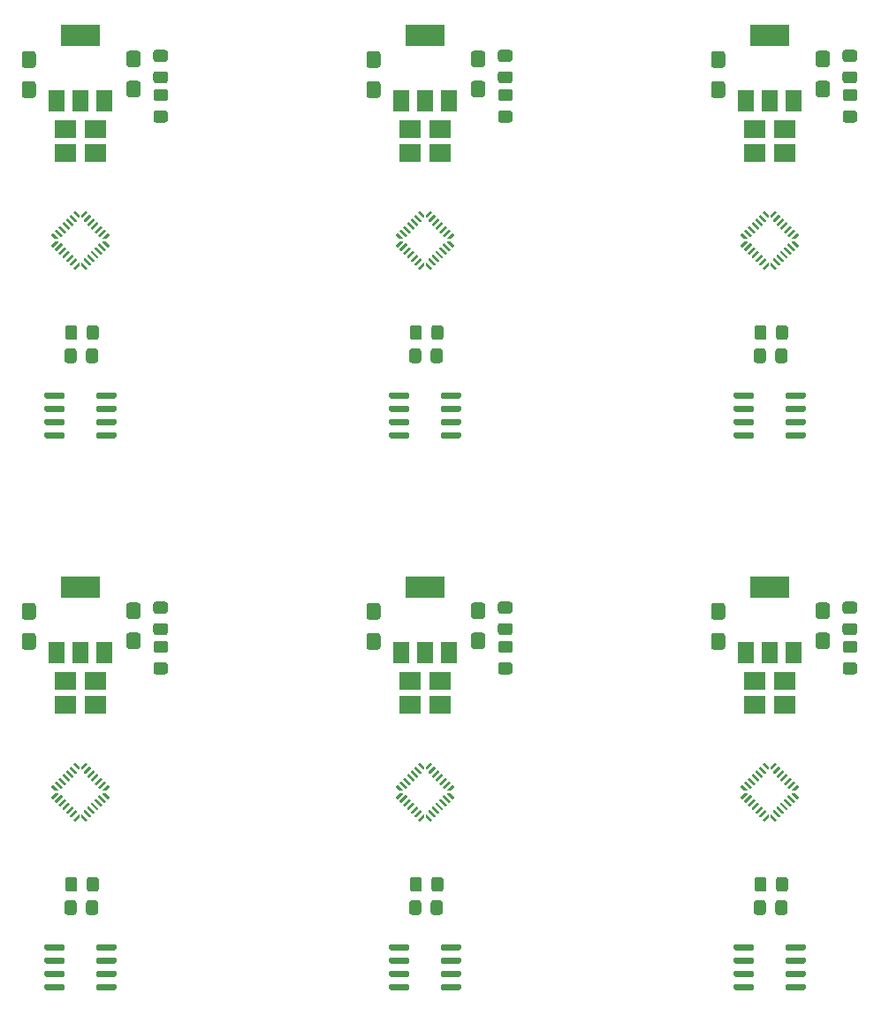
<source format=gbr>
G04 #@! TF.GenerationSoftware,KiCad,Pcbnew,(5.1.6)-1*
G04 #@! TF.CreationDate,2020-10-29T18:05:45+08:00*
G04 #@! TF.ProjectId,panelized,70616e65-6c69-47a6-9564-2e6b69636164,rev?*
G04 #@! TF.SameCoordinates,Original*
G04 #@! TF.FileFunction,Paste,Top*
G04 #@! TF.FilePolarity,Positive*
%FSLAX46Y46*%
G04 Gerber Fmt 4.6, Leading zero omitted, Abs format (unit mm)*
G04 Created by KiCad (PCBNEW (5.1.6)-1) date 2020-10-29 18:05:45*
%MOMM*%
%LPD*%
G01*
G04 APERTURE LIST*
%ADD10R,2.100000X1.800000*%
%ADD11C,0.100000*%
%ADD12R,3.800000X2.000000*%
%ADD13R,1.500000X2.000000*%
G04 APERTURE END LIST*
G36*
G01*
X154641999Y-116012000D02*
X155492001Y-116012000D01*
G75*
G02*
X155742000Y-116261999I0J-249999D01*
G01*
X155742000Y-117337001D01*
G75*
G02*
X155492001Y-117587000I-249999J0D01*
G01*
X154641999Y-117587000D01*
G75*
G02*
X154392000Y-117337001I0J249999D01*
G01*
X154392000Y-116261999D01*
G75*
G02*
X154641999Y-116012000I249999J0D01*
G01*
G37*
G36*
G01*
X154641999Y-118887000D02*
X155492001Y-118887000D01*
G75*
G02*
X155742000Y-119136999I0J-249999D01*
G01*
X155742000Y-120212001D01*
G75*
G02*
X155492001Y-120462000I-249999J0D01*
G01*
X154641999Y-120462000D01*
G75*
G02*
X154392000Y-120212001I0J249999D01*
G01*
X154392000Y-119136999D01*
G75*
G02*
X154641999Y-118887000I249999J0D01*
G01*
G37*
G36*
G01*
X121621999Y-116012000D02*
X122472001Y-116012000D01*
G75*
G02*
X122722000Y-116261999I0J-249999D01*
G01*
X122722000Y-117337001D01*
G75*
G02*
X122472001Y-117587000I-249999J0D01*
G01*
X121621999Y-117587000D01*
G75*
G02*
X121372000Y-117337001I0J249999D01*
G01*
X121372000Y-116261999D01*
G75*
G02*
X121621999Y-116012000I249999J0D01*
G01*
G37*
G36*
G01*
X121621999Y-118887000D02*
X122472001Y-118887000D01*
G75*
G02*
X122722000Y-119136999I0J-249999D01*
G01*
X122722000Y-120212001D01*
G75*
G02*
X122472001Y-120462000I-249999J0D01*
G01*
X121621999Y-120462000D01*
G75*
G02*
X121372000Y-120212001I0J249999D01*
G01*
X121372000Y-119136999D01*
G75*
G02*
X121621999Y-118887000I249999J0D01*
G01*
G37*
G36*
G01*
X88601999Y-116012000D02*
X89452001Y-116012000D01*
G75*
G02*
X89702000Y-116261999I0J-249999D01*
G01*
X89702000Y-117337001D01*
G75*
G02*
X89452001Y-117587000I-249999J0D01*
G01*
X88601999Y-117587000D01*
G75*
G02*
X88352000Y-117337001I0J249999D01*
G01*
X88352000Y-116261999D01*
G75*
G02*
X88601999Y-116012000I249999J0D01*
G01*
G37*
G36*
G01*
X88601999Y-118887000D02*
X89452001Y-118887000D01*
G75*
G02*
X89702000Y-119136999I0J-249999D01*
G01*
X89702000Y-120212001D01*
G75*
G02*
X89452001Y-120462000I-249999J0D01*
G01*
X88601999Y-120462000D01*
G75*
G02*
X88352000Y-120212001I0J249999D01*
G01*
X88352000Y-119136999D01*
G75*
G02*
X88601999Y-118887000I249999J0D01*
G01*
G37*
G36*
G01*
X154641999Y-63180000D02*
X155492001Y-63180000D01*
G75*
G02*
X155742000Y-63429999I0J-249999D01*
G01*
X155742000Y-64505001D01*
G75*
G02*
X155492001Y-64755000I-249999J0D01*
G01*
X154641999Y-64755000D01*
G75*
G02*
X154392000Y-64505001I0J249999D01*
G01*
X154392000Y-63429999D01*
G75*
G02*
X154641999Y-63180000I249999J0D01*
G01*
G37*
G36*
G01*
X154641999Y-66055000D02*
X155492001Y-66055000D01*
G75*
G02*
X155742000Y-66304999I0J-249999D01*
G01*
X155742000Y-67380001D01*
G75*
G02*
X155492001Y-67630000I-249999J0D01*
G01*
X154641999Y-67630000D01*
G75*
G02*
X154392000Y-67380001I0J249999D01*
G01*
X154392000Y-66304999D01*
G75*
G02*
X154641999Y-66055000I249999J0D01*
G01*
G37*
G36*
G01*
X121621999Y-63180000D02*
X122472001Y-63180000D01*
G75*
G02*
X122722000Y-63429999I0J-249999D01*
G01*
X122722000Y-64505001D01*
G75*
G02*
X122472001Y-64755000I-249999J0D01*
G01*
X121621999Y-64755000D01*
G75*
G02*
X121372000Y-64505001I0J249999D01*
G01*
X121372000Y-63429999D01*
G75*
G02*
X121621999Y-63180000I249999J0D01*
G01*
G37*
G36*
G01*
X121621999Y-66055000D02*
X122472001Y-66055000D01*
G75*
G02*
X122722000Y-66304999I0J-249999D01*
G01*
X122722000Y-67380001D01*
G75*
G02*
X122472001Y-67630000I-249999J0D01*
G01*
X121621999Y-67630000D01*
G75*
G02*
X121372000Y-67380001I0J249999D01*
G01*
X121372000Y-66304999D01*
G75*
G02*
X121621999Y-66055000I249999J0D01*
G01*
G37*
D10*
X161480500Y-123444000D03*
X158580500Y-123444000D03*
X158580500Y-125744000D03*
X161480500Y-125744000D03*
X128460500Y-123444000D03*
X125560500Y-123444000D03*
X125560500Y-125744000D03*
X128460500Y-125744000D03*
X95440500Y-123444000D03*
X92540500Y-123444000D03*
X92540500Y-125744000D03*
X95440500Y-125744000D03*
X161480500Y-70612000D03*
X158580500Y-70612000D03*
X158580500Y-72912000D03*
X161480500Y-72912000D03*
X128460500Y-70612000D03*
X125560500Y-70612000D03*
X125560500Y-72912000D03*
X128460500Y-72912000D03*
G36*
G01*
X161520000Y-149121000D02*
X161520000Y-148821000D01*
G75*
G02*
X161670000Y-148671000I150000J0D01*
G01*
X163320000Y-148671000D01*
G75*
G02*
X163470000Y-148821000I0J-150000D01*
G01*
X163470000Y-149121000D01*
G75*
G02*
X163320000Y-149271000I-150000J0D01*
G01*
X161670000Y-149271000D01*
G75*
G02*
X161520000Y-149121000I0J150000D01*
G01*
G37*
G36*
G01*
X161520000Y-150391000D02*
X161520000Y-150091000D01*
G75*
G02*
X161670000Y-149941000I150000J0D01*
G01*
X163320000Y-149941000D01*
G75*
G02*
X163470000Y-150091000I0J-150000D01*
G01*
X163470000Y-150391000D01*
G75*
G02*
X163320000Y-150541000I-150000J0D01*
G01*
X161670000Y-150541000D01*
G75*
G02*
X161520000Y-150391000I0J150000D01*
G01*
G37*
G36*
G01*
X161520000Y-151661000D02*
X161520000Y-151361000D01*
G75*
G02*
X161670000Y-151211000I150000J0D01*
G01*
X163320000Y-151211000D01*
G75*
G02*
X163470000Y-151361000I0J-150000D01*
G01*
X163470000Y-151661000D01*
G75*
G02*
X163320000Y-151811000I-150000J0D01*
G01*
X161670000Y-151811000D01*
G75*
G02*
X161520000Y-151661000I0J150000D01*
G01*
G37*
G36*
G01*
X161520000Y-152931000D02*
X161520000Y-152631000D01*
G75*
G02*
X161670000Y-152481000I150000J0D01*
G01*
X163320000Y-152481000D01*
G75*
G02*
X163470000Y-152631000I0J-150000D01*
G01*
X163470000Y-152931000D01*
G75*
G02*
X163320000Y-153081000I-150000J0D01*
G01*
X161670000Y-153081000D01*
G75*
G02*
X161520000Y-152931000I0J150000D01*
G01*
G37*
G36*
G01*
X156570000Y-152931000D02*
X156570000Y-152631000D01*
G75*
G02*
X156720000Y-152481000I150000J0D01*
G01*
X158370000Y-152481000D01*
G75*
G02*
X158520000Y-152631000I0J-150000D01*
G01*
X158520000Y-152931000D01*
G75*
G02*
X158370000Y-153081000I-150000J0D01*
G01*
X156720000Y-153081000D01*
G75*
G02*
X156570000Y-152931000I0J150000D01*
G01*
G37*
G36*
G01*
X156570000Y-151661000D02*
X156570000Y-151361000D01*
G75*
G02*
X156720000Y-151211000I150000J0D01*
G01*
X158370000Y-151211000D01*
G75*
G02*
X158520000Y-151361000I0J-150000D01*
G01*
X158520000Y-151661000D01*
G75*
G02*
X158370000Y-151811000I-150000J0D01*
G01*
X156720000Y-151811000D01*
G75*
G02*
X156570000Y-151661000I0J150000D01*
G01*
G37*
G36*
G01*
X156570000Y-150391000D02*
X156570000Y-150091000D01*
G75*
G02*
X156720000Y-149941000I150000J0D01*
G01*
X158370000Y-149941000D01*
G75*
G02*
X158520000Y-150091000I0J-150000D01*
G01*
X158520000Y-150391000D01*
G75*
G02*
X158370000Y-150541000I-150000J0D01*
G01*
X156720000Y-150541000D01*
G75*
G02*
X156570000Y-150391000I0J150000D01*
G01*
G37*
G36*
G01*
X156570000Y-149121000D02*
X156570000Y-148821000D01*
G75*
G02*
X156720000Y-148671000I150000J0D01*
G01*
X158370000Y-148671000D01*
G75*
G02*
X158520000Y-148821000I0J-150000D01*
G01*
X158520000Y-149121000D01*
G75*
G02*
X158370000Y-149271000I-150000J0D01*
G01*
X156720000Y-149271000D01*
G75*
G02*
X156570000Y-149121000I0J150000D01*
G01*
G37*
G36*
G01*
X128500000Y-149121000D02*
X128500000Y-148821000D01*
G75*
G02*
X128650000Y-148671000I150000J0D01*
G01*
X130300000Y-148671000D01*
G75*
G02*
X130450000Y-148821000I0J-150000D01*
G01*
X130450000Y-149121000D01*
G75*
G02*
X130300000Y-149271000I-150000J0D01*
G01*
X128650000Y-149271000D01*
G75*
G02*
X128500000Y-149121000I0J150000D01*
G01*
G37*
G36*
G01*
X128500000Y-150391000D02*
X128500000Y-150091000D01*
G75*
G02*
X128650000Y-149941000I150000J0D01*
G01*
X130300000Y-149941000D01*
G75*
G02*
X130450000Y-150091000I0J-150000D01*
G01*
X130450000Y-150391000D01*
G75*
G02*
X130300000Y-150541000I-150000J0D01*
G01*
X128650000Y-150541000D01*
G75*
G02*
X128500000Y-150391000I0J150000D01*
G01*
G37*
G36*
G01*
X128500000Y-151661000D02*
X128500000Y-151361000D01*
G75*
G02*
X128650000Y-151211000I150000J0D01*
G01*
X130300000Y-151211000D01*
G75*
G02*
X130450000Y-151361000I0J-150000D01*
G01*
X130450000Y-151661000D01*
G75*
G02*
X130300000Y-151811000I-150000J0D01*
G01*
X128650000Y-151811000D01*
G75*
G02*
X128500000Y-151661000I0J150000D01*
G01*
G37*
G36*
G01*
X128500000Y-152931000D02*
X128500000Y-152631000D01*
G75*
G02*
X128650000Y-152481000I150000J0D01*
G01*
X130300000Y-152481000D01*
G75*
G02*
X130450000Y-152631000I0J-150000D01*
G01*
X130450000Y-152931000D01*
G75*
G02*
X130300000Y-153081000I-150000J0D01*
G01*
X128650000Y-153081000D01*
G75*
G02*
X128500000Y-152931000I0J150000D01*
G01*
G37*
G36*
G01*
X123550000Y-152931000D02*
X123550000Y-152631000D01*
G75*
G02*
X123700000Y-152481000I150000J0D01*
G01*
X125350000Y-152481000D01*
G75*
G02*
X125500000Y-152631000I0J-150000D01*
G01*
X125500000Y-152931000D01*
G75*
G02*
X125350000Y-153081000I-150000J0D01*
G01*
X123700000Y-153081000D01*
G75*
G02*
X123550000Y-152931000I0J150000D01*
G01*
G37*
G36*
G01*
X123550000Y-151661000D02*
X123550000Y-151361000D01*
G75*
G02*
X123700000Y-151211000I150000J0D01*
G01*
X125350000Y-151211000D01*
G75*
G02*
X125500000Y-151361000I0J-150000D01*
G01*
X125500000Y-151661000D01*
G75*
G02*
X125350000Y-151811000I-150000J0D01*
G01*
X123700000Y-151811000D01*
G75*
G02*
X123550000Y-151661000I0J150000D01*
G01*
G37*
G36*
G01*
X123550000Y-150391000D02*
X123550000Y-150091000D01*
G75*
G02*
X123700000Y-149941000I150000J0D01*
G01*
X125350000Y-149941000D01*
G75*
G02*
X125500000Y-150091000I0J-150000D01*
G01*
X125500000Y-150391000D01*
G75*
G02*
X125350000Y-150541000I-150000J0D01*
G01*
X123700000Y-150541000D01*
G75*
G02*
X123550000Y-150391000I0J150000D01*
G01*
G37*
G36*
G01*
X123550000Y-149121000D02*
X123550000Y-148821000D01*
G75*
G02*
X123700000Y-148671000I150000J0D01*
G01*
X125350000Y-148671000D01*
G75*
G02*
X125500000Y-148821000I0J-150000D01*
G01*
X125500000Y-149121000D01*
G75*
G02*
X125350000Y-149271000I-150000J0D01*
G01*
X123700000Y-149271000D01*
G75*
G02*
X123550000Y-149121000I0J150000D01*
G01*
G37*
G36*
G01*
X95480000Y-149121000D02*
X95480000Y-148821000D01*
G75*
G02*
X95630000Y-148671000I150000J0D01*
G01*
X97280000Y-148671000D01*
G75*
G02*
X97430000Y-148821000I0J-150000D01*
G01*
X97430000Y-149121000D01*
G75*
G02*
X97280000Y-149271000I-150000J0D01*
G01*
X95630000Y-149271000D01*
G75*
G02*
X95480000Y-149121000I0J150000D01*
G01*
G37*
G36*
G01*
X95480000Y-150391000D02*
X95480000Y-150091000D01*
G75*
G02*
X95630000Y-149941000I150000J0D01*
G01*
X97280000Y-149941000D01*
G75*
G02*
X97430000Y-150091000I0J-150000D01*
G01*
X97430000Y-150391000D01*
G75*
G02*
X97280000Y-150541000I-150000J0D01*
G01*
X95630000Y-150541000D01*
G75*
G02*
X95480000Y-150391000I0J150000D01*
G01*
G37*
G36*
G01*
X95480000Y-151661000D02*
X95480000Y-151361000D01*
G75*
G02*
X95630000Y-151211000I150000J0D01*
G01*
X97280000Y-151211000D01*
G75*
G02*
X97430000Y-151361000I0J-150000D01*
G01*
X97430000Y-151661000D01*
G75*
G02*
X97280000Y-151811000I-150000J0D01*
G01*
X95630000Y-151811000D01*
G75*
G02*
X95480000Y-151661000I0J150000D01*
G01*
G37*
G36*
G01*
X95480000Y-152931000D02*
X95480000Y-152631000D01*
G75*
G02*
X95630000Y-152481000I150000J0D01*
G01*
X97280000Y-152481000D01*
G75*
G02*
X97430000Y-152631000I0J-150000D01*
G01*
X97430000Y-152931000D01*
G75*
G02*
X97280000Y-153081000I-150000J0D01*
G01*
X95630000Y-153081000D01*
G75*
G02*
X95480000Y-152931000I0J150000D01*
G01*
G37*
G36*
G01*
X90530000Y-152931000D02*
X90530000Y-152631000D01*
G75*
G02*
X90680000Y-152481000I150000J0D01*
G01*
X92330000Y-152481000D01*
G75*
G02*
X92480000Y-152631000I0J-150000D01*
G01*
X92480000Y-152931000D01*
G75*
G02*
X92330000Y-153081000I-150000J0D01*
G01*
X90680000Y-153081000D01*
G75*
G02*
X90530000Y-152931000I0J150000D01*
G01*
G37*
G36*
G01*
X90530000Y-151661000D02*
X90530000Y-151361000D01*
G75*
G02*
X90680000Y-151211000I150000J0D01*
G01*
X92330000Y-151211000D01*
G75*
G02*
X92480000Y-151361000I0J-150000D01*
G01*
X92480000Y-151661000D01*
G75*
G02*
X92330000Y-151811000I-150000J0D01*
G01*
X90680000Y-151811000D01*
G75*
G02*
X90530000Y-151661000I0J150000D01*
G01*
G37*
G36*
G01*
X90530000Y-150391000D02*
X90530000Y-150091000D01*
G75*
G02*
X90680000Y-149941000I150000J0D01*
G01*
X92330000Y-149941000D01*
G75*
G02*
X92480000Y-150091000I0J-150000D01*
G01*
X92480000Y-150391000D01*
G75*
G02*
X92330000Y-150541000I-150000J0D01*
G01*
X90680000Y-150541000D01*
G75*
G02*
X90530000Y-150391000I0J150000D01*
G01*
G37*
G36*
G01*
X90530000Y-149121000D02*
X90530000Y-148821000D01*
G75*
G02*
X90680000Y-148671000I150000J0D01*
G01*
X92330000Y-148671000D01*
G75*
G02*
X92480000Y-148821000I0J-150000D01*
G01*
X92480000Y-149121000D01*
G75*
G02*
X92330000Y-149271000I-150000J0D01*
G01*
X90680000Y-149271000D01*
G75*
G02*
X90530000Y-149121000I0J150000D01*
G01*
G37*
G36*
G01*
X161520000Y-96289000D02*
X161520000Y-95989000D01*
G75*
G02*
X161670000Y-95839000I150000J0D01*
G01*
X163320000Y-95839000D01*
G75*
G02*
X163470000Y-95989000I0J-150000D01*
G01*
X163470000Y-96289000D01*
G75*
G02*
X163320000Y-96439000I-150000J0D01*
G01*
X161670000Y-96439000D01*
G75*
G02*
X161520000Y-96289000I0J150000D01*
G01*
G37*
G36*
G01*
X161520000Y-97559000D02*
X161520000Y-97259000D01*
G75*
G02*
X161670000Y-97109000I150000J0D01*
G01*
X163320000Y-97109000D01*
G75*
G02*
X163470000Y-97259000I0J-150000D01*
G01*
X163470000Y-97559000D01*
G75*
G02*
X163320000Y-97709000I-150000J0D01*
G01*
X161670000Y-97709000D01*
G75*
G02*
X161520000Y-97559000I0J150000D01*
G01*
G37*
G36*
G01*
X161520000Y-98829000D02*
X161520000Y-98529000D01*
G75*
G02*
X161670000Y-98379000I150000J0D01*
G01*
X163320000Y-98379000D01*
G75*
G02*
X163470000Y-98529000I0J-150000D01*
G01*
X163470000Y-98829000D01*
G75*
G02*
X163320000Y-98979000I-150000J0D01*
G01*
X161670000Y-98979000D01*
G75*
G02*
X161520000Y-98829000I0J150000D01*
G01*
G37*
G36*
G01*
X161520000Y-100099000D02*
X161520000Y-99799000D01*
G75*
G02*
X161670000Y-99649000I150000J0D01*
G01*
X163320000Y-99649000D01*
G75*
G02*
X163470000Y-99799000I0J-150000D01*
G01*
X163470000Y-100099000D01*
G75*
G02*
X163320000Y-100249000I-150000J0D01*
G01*
X161670000Y-100249000D01*
G75*
G02*
X161520000Y-100099000I0J150000D01*
G01*
G37*
G36*
G01*
X156570000Y-100099000D02*
X156570000Y-99799000D01*
G75*
G02*
X156720000Y-99649000I150000J0D01*
G01*
X158370000Y-99649000D01*
G75*
G02*
X158520000Y-99799000I0J-150000D01*
G01*
X158520000Y-100099000D01*
G75*
G02*
X158370000Y-100249000I-150000J0D01*
G01*
X156720000Y-100249000D01*
G75*
G02*
X156570000Y-100099000I0J150000D01*
G01*
G37*
G36*
G01*
X156570000Y-98829000D02*
X156570000Y-98529000D01*
G75*
G02*
X156720000Y-98379000I150000J0D01*
G01*
X158370000Y-98379000D01*
G75*
G02*
X158520000Y-98529000I0J-150000D01*
G01*
X158520000Y-98829000D01*
G75*
G02*
X158370000Y-98979000I-150000J0D01*
G01*
X156720000Y-98979000D01*
G75*
G02*
X156570000Y-98829000I0J150000D01*
G01*
G37*
G36*
G01*
X156570000Y-97559000D02*
X156570000Y-97259000D01*
G75*
G02*
X156720000Y-97109000I150000J0D01*
G01*
X158370000Y-97109000D01*
G75*
G02*
X158520000Y-97259000I0J-150000D01*
G01*
X158520000Y-97559000D01*
G75*
G02*
X158370000Y-97709000I-150000J0D01*
G01*
X156720000Y-97709000D01*
G75*
G02*
X156570000Y-97559000I0J150000D01*
G01*
G37*
G36*
G01*
X156570000Y-96289000D02*
X156570000Y-95989000D01*
G75*
G02*
X156720000Y-95839000I150000J0D01*
G01*
X158370000Y-95839000D01*
G75*
G02*
X158520000Y-95989000I0J-150000D01*
G01*
X158520000Y-96289000D01*
G75*
G02*
X158370000Y-96439000I-150000J0D01*
G01*
X156720000Y-96439000D01*
G75*
G02*
X156570000Y-96289000I0J150000D01*
G01*
G37*
G36*
G01*
X128500000Y-96289000D02*
X128500000Y-95989000D01*
G75*
G02*
X128650000Y-95839000I150000J0D01*
G01*
X130300000Y-95839000D01*
G75*
G02*
X130450000Y-95989000I0J-150000D01*
G01*
X130450000Y-96289000D01*
G75*
G02*
X130300000Y-96439000I-150000J0D01*
G01*
X128650000Y-96439000D01*
G75*
G02*
X128500000Y-96289000I0J150000D01*
G01*
G37*
G36*
G01*
X128500000Y-97559000D02*
X128500000Y-97259000D01*
G75*
G02*
X128650000Y-97109000I150000J0D01*
G01*
X130300000Y-97109000D01*
G75*
G02*
X130450000Y-97259000I0J-150000D01*
G01*
X130450000Y-97559000D01*
G75*
G02*
X130300000Y-97709000I-150000J0D01*
G01*
X128650000Y-97709000D01*
G75*
G02*
X128500000Y-97559000I0J150000D01*
G01*
G37*
G36*
G01*
X128500000Y-98829000D02*
X128500000Y-98529000D01*
G75*
G02*
X128650000Y-98379000I150000J0D01*
G01*
X130300000Y-98379000D01*
G75*
G02*
X130450000Y-98529000I0J-150000D01*
G01*
X130450000Y-98829000D01*
G75*
G02*
X130300000Y-98979000I-150000J0D01*
G01*
X128650000Y-98979000D01*
G75*
G02*
X128500000Y-98829000I0J150000D01*
G01*
G37*
G36*
G01*
X128500000Y-100099000D02*
X128500000Y-99799000D01*
G75*
G02*
X128650000Y-99649000I150000J0D01*
G01*
X130300000Y-99649000D01*
G75*
G02*
X130450000Y-99799000I0J-150000D01*
G01*
X130450000Y-100099000D01*
G75*
G02*
X130300000Y-100249000I-150000J0D01*
G01*
X128650000Y-100249000D01*
G75*
G02*
X128500000Y-100099000I0J150000D01*
G01*
G37*
G36*
G01*
X123550000Y-100099000D02*
X123550000Y-99799000D01*
G75*
G02*
X123700000Y-99649000I150000J0D01*
G01*
X125350000Y-99649000D01*
G75*
G02*
X125500000Y-99799000I0J-150000D01*
G01*
X125500000Y-100099000D01*
G75*
G02*
X125350000Y-100249000I-150000J0D01*
G01*
X123700000Y-100249000D01*
G75*
G02*
X123550000Y-100099000I0J150000D01*
G01*
G37*
G36*
G01*
X123550000Y-98829000D02*
X123550000Y-98529000D01*
G75*
G02*
X123700000Y-98379000I150000J0D01*
G01*
X125350000Y-98379000D01*
G75*
G02*
X125500000Y-98529000I0J-150000D01*
G01*
X125500000Y-98829000D01*
G75*
G02*
X125350000Y-98979000I-150000J0D01*
G01*
X123700000Y-98979000D01*
G75*
G02*
X123550000Y-98829000I0J150000D01*
G01*
G37*
G36*
G01*
X123550000Y-97559000D02*
X123550000Y-97259000D01*
G75*
G02*
X123700000Y-97109000I150000J0D01*
G01*
X125350000Y-97109000D01*
G75*
G02*
X125500000Y-97259000I0J-150000D01*
G01*
X125500000Y-97559000D01*
G75*
G02*
X125350000Y-97709000I-150000J0D01*
G01*
X123700000Y-97709000D01*
G75*
G02*
X123550000Y-97559000I0J150000D01*
G01*
G37*
G36*
G01*
X123550000Y-96289000D02*
X123550000Y-95989000D01*
G75*
G02*
X123700000Y-95839000I150000J0D01*
G01*
X125350000Y-95839000D01*
G75*
G02*
X125500000Y-95989000I0J-150000D01*
G01*
X125500000Y-96289000D01*
G75*
G02*
X125350000Y-96439000I-150000J0D01*
G01*
X123700000Y-96439000D01*
G75*
G02*
X123550000Y-96289000I0J150000D01*
G01*
G37*
G36*
G01*
X158566894Y-143399396D02*
X158566894Y-142499394D01*
G75*
G02*
X158816893Y-142249395I249999J0D01*
G01*
X159466895Y-142249395D01*
G75*
G02*
X159716894Y-142499394I0J-249999D01*
G01*
X159716894Y-143399396D01*
G75*
G02*
X159466895Y-143649395I-249999J0D01*
G01*
X158816893Y-143649395D01*
G75*
G02*
X158566894Y-143399396I0J249999D01*
G01*
G37*
G36*
G01*
X160616894Y-143399396D02*
X160616894Y-142499394D01*
G75*
G02*
X160866893Y-142249395I249999J0D01*
G01*
X161516895Y-142249395D01*
G75*
G02*
X161766894Y-142499394I0J-249999D01*
G01*
X161766894Y-143399396D01*
G75*
G02*
X161516895Y-143649395I-249999J0D01*
G01*
X160866893Y-143649395D01*
G75*
G02*
X160616894Y-143399396I0J249999D01*
G01*
G37*
G36*
G01*
X125546894Y-143399396D02*
X125546894Y-142499394D01*
G75*
G02*
X125796893Y-142249395I249999J0D01*
G01*
X126446895Y-142249395D01*
G75*
G02*
X126696894Y-142499394I0J-249999D01*
G01*
X126696894Y-143399396D01*
G75*
G02*
X126446895Y-143649395I-249999J0D01*
G01*
X125796893Y-143649395D01*
G75*
G02*
X125546894Y-143399396I0J249999D01*
G01*
G37*
G36*
G01*
X127596894Y-143399396D02*
X127596894Y-142499394D01*
G75*
G02*
X127846893Y-142249395I249999J0D01*
G01*
X128496895Y-142249395D01*
G75*
G02*
X128746894Y-142499394I0J-249999D01*
G01*
X128746894Y-143399396D01*
G75*
G02*
X128496895Y-143649395I-249999J0D01*
G01*
X127846893Y-143649395D01*
G75*
G02*
X127596894Y-143399396I0J249999D01*
G01*
G37*
G36*
G01*
X92526894Y-143399396D02*
X92526894Y-142499394D01*
G75*
G02*
X92776893Y-142249395I249999J0D01*
G01*
X93426895Y-142249395D01*
G75*
G02*
X93676894Y-142499394I0J-249999D01*
G01*
X93676894Y-143399396D01*
G75*
G02*
X93426895Y-143649395I-249999J0D01*
G01*
X92776893Y-143649395D01*
G75*
G02*
X92526894Y-143399396I0J249999D01*
G01*
G37*
G36*
G01*
X94576894Y-143399396D02*
X94576894Y-142499394D01*
G75*
G02*
X94826893Y-142249395I249999J0D01*
G01*
X95476895Y-142249395D01*
G75*
G02*
X95726894Y-142499394I0J-249999D01*
G01*
X95726894Y-143399396D01*
G75*
G02*
X95476895Y-143649395I-249999J0D01*
G01*
X94826893Y-143649395D01*
G75*
G02*
X94576894Y-143399396I0J249999D01*
G01*
G37*
G36*
G01*
X158566894Y-90567396D02*
X158566894Y-89667394D01*
G75*
G02*
X158816893Y-89417395I249999J0D01*
G01*
X159466895Y-89417395D01*
G75*
G02*
X159716894Y-89667394I0J-249999D01*
G01*
X159716894Y-90567396D01*
G75*
G02*
X159466895Y-90817395I-249999J0D01*
G01*
X158816893Y-90817395D01*
G75*
G02*
X158566894Y-90567396I0J249999D01*
G01*
G37*
G36*
G01*
X160616894Y-90567396D02*
X160616894Y-89667394D01*
G75*
G02*
X160866893Y-89417395I249999J0D01*
G01*
X161516895Y-89417395D01*
G75*
G02*
X161766894Y-89667394I0J-249999D01*
G01*
X161766894Y-90567396D01*
G75*
G02*
X161516895Y-90817395I-249999J0D01*
G01*
X160866893Y-90817395D01*
G75*
G02*
X160616894Y-90567396I0J249999D01*
G01*
G37*
G36*
G01*
X125546894Y-90567396D02*
X125546894Y-89667394D01*
G75*
G02*
X125796893Y-89417395I249999J0D01*
G01*
X126446895Y-89417395D01*
G75*
G02*
X126696894Y-89667394I0J-249999D01*
G01*
X126696894Y-90567396D01*
G75*
G02*
X126446895Y-90817395I-249999J0D01*
G01*
X125796893Y-90817395D01*
G75*
G02*
X125546894Y-90567396I0J249999D01*
G01*
G37*
G36*
G01*
X127596894Y-90567396D02*
X127596894Y-89667394D01*
G75*
G02*
X127846893Y-89417395I249999J0D01*
G01*
X128496895Y-89417395D01*
G75*
G02*
X128746894Y-89667394I0J-249999D01*
G01*
X128746894Y-90567396D01*
G75*
G02*
X128496895Y-90817395I-249999J0D01*
G01*
X127846893Y-90817395D01*
G75*
G02*
X127596894Y-90567396I0J249999D01*
G01*
G37*
G36*
G01*
X164674999Y-115971500D02*
X165525001Y-115971500D01*
G75*
G02*
X165775000Y-116221499I0J-249999D01*
G01*
X165775000Y-117296501D01*
G75*
G02*
X165525001Y-117546500I-249999J0D01*
G01*
X164674999Y-117546500D01*
G75*
G02*
X164425000Y-117296501I0J249999D01*
G01*
X164425000Y-116221499D01*
G75*
G02*
X164674999Y-115971500I249999J0D01*
G01*
G37*
G36*
G01*
X164674999Y-118846500D02*
X165525001Y-118846500D01*
G75*
G02*
X165775000Y-119096499I0J-249999D01*
G01*
X165775000Y-120171501D01*
G75*
G02*
X165525001Y-120421500I-249999J0D01*
G01*
X164674999Y-120421500D01*
G75*
G02*
X164425000Y-120171501I0J249999D01*
G01*
X164425000Y-119096499D01*
G75*
G02*
X164674999Y-118846500I249999J0D01*
G01*
G37*
G36*
G01*
X131654999Y-115971500D02*
X132505001Y-115971500D01*
G75*
G02*
X132755000Y-116221499I0J-249999D01*
G01*
X132755000Y-117296501D01*
G75*
G02*
X132505001Y-117546500I-249999J0D01*
G01*
X131654999Y-117546500D01*
G75*
G02*
X131405000Y-117296501I0J249999D01*
G01*
X131405000Y-116221499D01*
G75*
G02*
X131654999Y-115971500I249999J0D01*
G01*
G37*
G36*
G01*
X131654999Y-118846500D02*
X132505001Y-118846500D01*
G75*
G02*
X132755000Y-119096499I0J-249999D01*
G01*
X132755000Y-120171501D01*
G75*
G02*
X132505001Y-120421500I-249999J0D01*
G01*
X131654999Y-120421500D01*
G75*
G02*
X131405000Y-120171501I0J249999D01*
G01*
X131405000Y-119096499D01*
G75*
G02*
X131654999Y-118846500I249999J0D01*
G01*
G37*
G36*
G01*
X98634999Y-115971500D02*
X99485001Y-115971500D01*
G75*
G02*
X99735000Y-116221499I0J-249999D01*
G01*
X99735000Y-117296501D01*
G75*
G02*
X99485001Y-117546500I-249999J0D01*
G01*
X98634999Y-117546500D01*
G75*
G02*
X98385000Y-117296501I0J249999D01*
G01*
X98385000Y-116221499D01*
G75*
G02*
X98634999Y-115971500I249999J0D01*
G01*
G37*
G36*
G01*
X98634999Y-118846500D02*
X99485001Y-118846500D01*
G75*
G02*
X99735000Y-119096499I0J-249999D01*
G01*
X99735000Y-120171501D01*
G75*
G02*
X99485001Y-120421500I-249999J0D01*
G01*
X98634999Y-120421500D01*
G75*
G02*
X98385000Y-120171501I0J249999D01*
G01*
X98385000Y-119096499D01*
G75*
G02*
X98634999Y-118846500I249999J0D01*
G01*
G37*
G36*
G01*
X164674999Y-63139500D02*
X165525001Y-63139500D01*
G75*
G02*
X165775000Y-63389499I0J-249999D01*
G01*
X165775000Y-64464501D01*
G75*
G02*
X165525001Y-64714500I-249999J0D01*
G01*
X164674999Y-64714500D01*
G75*
G02*
X164425000Y-64464501I0J249999D01*
G01*
X164425000Y-63389499D01*
G75*
G02*
X164674999Y-63139500I249999J0D01*
G01*
G37*
G36*
G01*
X164674999Y-66014500D02*
X165525001Y-66014500D01*
G75*
G02*
X165775000Y-66264499I0J-249999D01*
G01*
X165775000Y-67339501D01*
G75*
G02*
X165525001Y-67589500I-249999J0D01*
G01*
X164674999Y-67589500D01*
G75*
G02*
X164425000Y-67339501I0J249999D01*
G01*
X164425000Y-66264499D01*
G75*
G02*
X164674999Y-66014500I249999J0D01*
G01*
G37*
G36*
G01*
X131654999Y-63139500D02*
X132505001Y-63139500D01*
G75*
G02*
X132755000Y-63389499I0J-249999D01*
G01*
X132755000Y-64464501D01*
G75*
G02*
X132505001Y-64714500I-249999J0D01*
G01*
X131654999Y-64714500D01*
G75*
G02*
X131405000Y-64464501I0J249999D01*
G01*
X131405000Y-63389499D01*
G75*
G02*
X131654999Y-63139500I249999J0D01*
G01*
G37*
G36*
G01*
X131654999Y-66014500D02*
X132505001Y-66014500D01*
G75*
G02*
X132755000Y-66264499I0J-249999D01*
G01*
X132755000Y-67339501D01*
G75*
G02*
X132505001Y-67589500I-249999J0D01*
G01*
X131654999Y-67589500D01*
G75*
G02*
X131405000Y-67339501I0J249999D01*
G01*
X131405000Y-66264499D01*
G75*
G02*
X131654999Y-66014500I249999J0D01*
G01*
G37*
G36*
G01*
X168153501Y-122830500D02*
X167253499Y-122830500D01*
G75*
G02*
X167003500Y-122580501I0J249999D01*
G01*
X167003500Y-121930499D01*
G75*
G02*
X167253499Y-121680500I249999J0D01*
G01*
X168153501Y-121680500D01*
G75*
G02*
X168403500Y-121930499I0J-249999D01*
G01*
X168403500Y-122580501D01*
G75*
G02*
X168153501Y-122830500I-249999J0D01*
G01*
G37*
G36*
G01*
X168153501Y-120780500D02*
X167253499Y-120780500D01*
G75*
G02*
X167003500Y-120530501I0J249999D01*
G01*
X167003500Y-119880499D01*
G75*
G02*
X167253499Y-119630500I249999J0D01*
G01*
X168153501Y-119630500D01*
G75*
G02*
X168403500Y-119880499I0J-249999D01*
G01*
X168403500Y-120530501D01*
G75*
G02*
X168153501Y-120780500I-249999J0D01*
G01*
G37*
G36*
G01*
X135133501Y-122830500D02*
X134233499Y-122830500D01*
G75*
G02*
X133983500Y-122580501I0J249999D01*
G01*
X133983500Y-121930499D01*
G75*
G02*
X134233499Y-121680500I249999J0D01*
G01*
X135133501Y-121680500D01*
G75*
G02*
X135383500Y-121930499I0J-249999D01*
G01*
X135383500Y-122580501D01*
G75*
G02*
X135133501Y-122830500I-249999J0D01*
G01*
G37*
G36*
G01*
X135133501Y-120780500D02*
X134233499Y-120780500D01*
G75*
G02*
X133983500Y-120530501I0J249999D01*
G01*
X133983500Y-119880499D01*
G75*
G02*
X134233499Y-119630500I249999J0D01*
G01*
X135133501Y-119630500D01*
G75*
G02*
X135383500Y-119880499I0J-249999D01*
G01*
X135383500Y-120530501D01*
G75*
G02*
X135133501Y-120780500I-249999J0D01*
G01*
G37*
G36*
G01*
X102113501Y-122830500D02*
X101213499Y-122830500D01*
G75*
G02*
X100963500Y-122580501I0J249999D01*
G01*
X100963500Y-121930499D01*
G75*
G02*
X101213499Y-121680500I249999J0D01*
G01*
X102113501Y-121680500D01*
G75*
G02*
X102363500Y-121930499I0J-249999D01*
G01*
X102363500Y-122580501D01*
G75*
G02*
X102113501Y-122830500I-249999J0D01*
G01*
G37*
G36*
G01*
X102113501Y-120780500D02*
X101213499Y-120780500D01*
G75*
G02*
X100963500Y-120530501I0J249999D01*
G01*
X100963500Y-119880499D01*
G75*
G02*
X101213499Y-119630500I249999J0D01*
G01*
X102113501Y-119630500D01*
G75*
G02*
X102363500Y-119880499I0J-249999D01*
G01*
X102363500Y-120530501D01*
G75*
G02*
X102113501Y-120780500I-249999J0D01*
G01*
G37*
G36*
G01*
X168153501Y-69998500D02*
X167253499Y-69998500D01*
G75*
G02*
X167003500Y-69748501I0J249999D01*
G01*
X167003500Y-69098499D01*
G75*
G02*
X167253499Y-68848500I249999J0D01*
G01*
X168153501Y-68848500D01*
G75*
G02*
X168403500Y-69098499I0J-249999D01*
G01*
X168403500Y-69748501D01*
G75*
G02*
X168153501Y-69998500I-249999J0D01*
G01*
G37*
G36*
G01*
X168153501Y-67948500D02*
X167253499Y-67948500D01*
G75*
G02*
X167003500Y-67698501I0J249999D01*
G01*
X167003500Y-67048499D01*
G75*
G02*
X167253499Y-66798500I249999J0D01*
G01*
X168153501Y-66798500D01*
G75*
G02*
X168403500Y-67048499I0J-249999D01*
G01*
X168403500Y-67698501D01*
G75*
G02*
X168153501Y-67948500I-249999J0D01*
G01*
G37*
G36*
G01*
X135133501Y-69998500D02*
X134233499Y-69998500D01*
G75*
G02*
X133983500Y-69748501I0J249999D01*
G01*
X133983500Y-69098499D01*
G75*
G02*
X134233499Y-68848500I249999J0D01*
G01*
X135133501Y-68848500D01*
G75*
G02*
X135383500Y-69098499I0J-249999D01*
G01*
X135383500Y-69748501D01*
G75*
G02*
X135133501Y-69998500I-249999J0D01*
G01*
G37*
G36*
G01*
X135133501Y-67948500D02*
X134233499Y-67948500D01*
G75*
G02*
X133983500Y-67698501I0J249999D01*
G01*
X133983500Y-67048499D01*
G75*
G02*
X134233499Y-66798500I249999J0D01*
G01*
X135133501Y-66798500D01*
G75*
G02*
X135383500Y-67048499I0J-249999D01*
G01*
X135383500Y-67698501D01*
G75*
G02*
X135133501Y-67948500I-249999J0D01*
G01*
G37*
D11*
G36*
X162434060Y-133994814D02*
G01*
X162426280Y-133998973D01*
X162417838Y-134001533D01*
X162409059Y-134002398D01*
X162220064Y-134002398D01*
X162211285Y-134001533D01*
X162202843Y-133998973D01*
X162195063Y-133994814D01*
X162188244Y-133989218D01*
X162169605Y-133970578D01*
X162164009Y-133963759D01*
X162159849Y-133955979D01*
X162157289Y-133947537D01*
X162156424Y-133938758D01*
X162157289Y-133929980D01*
X162159849Y-133921538D01*
X162164009Y-133913758D01*
X162169605Y-133906939D01*
X162639831Y-133436713D01*
X162646650Y-133431117D01*
X162654430Y-133426957D01*
X162662872Y-133424397D01*
X162671650Y-133423532D01*
X162680429Y-133424397D01*
X162688871Y-133426957D01*
X162696651Y-133431117D01*
X162703470Y-133436713D01*
X162816607Y-133549850D01*
X162822203Y-133556669D01*
X162826363Y-133564449D01*
X162828923Y-133572891D01*
X162829788Y-133581670D01*
X162828923Y-133590448D01*
X162826363Y-133598890D01*
X162822203Y-133606670D01*
X162816607Y-133613489D01*
X162440879Y-133989218D01*
X162434060Y-133994814D01*
G37*
G36*
G01*
X162362291Y-133095534D02*
X162450679Y-133183922D01*
G75*
G02*
X162450679Y-133272310I-44194J-44194D01*
G01*
X161920349Y-133802640D01*
G75*
G02*
X161831961Y-133802640I-44194J44194D01*
G01*
X161743573Y-133714252D01*
G75*
G02*
X161743573Y-133625864I44194J44194D01*
G01*
X162273903Y-133095534D01*
G75*
G02*
X162362291Y-133095534I44194J-44194D01*
G01*
G37*
G36*
G01*
X162008738Y-132741981D02*
X162097126Y-132830369D01*
G75*
G02*
X162097126Y-132918757I-44194J-44194D01*
G01*
X161566796Y-133449087D01*
G75*
G02*
X161478408Y-133449087I-44194J44194D01*
G01*
X161390020Y-133360699D01*
G75*
G02*
X161390020Y-133272311I44194J44194D01*
G01*
X161920350Y-132741981D01*
G75*
G02*
X162008738Y-132741981I44194J-44194D01*
G01*
G37*
G36*
G01*
X161655184Y-132388428D02*
X161743572Y-132476816D01*
G75*
G02*
X161743572Y-132565204I-44194J-44194D01*
G01*
X161213242Y-133095534D01*
G75*
G02*
X161124854Y-133095534I-44194J44194D01*
G01*
X161036466Y-133007146D01*
G75*
G02*
X161036466Y-132918758I44194J44194D01*
G01*
X161566796Y-132388428D01*
G75*
G02*
X161655184Y-132388428I44194J-44194D01*
G01*
G37*
G36*
G01*
X161301631Y-132034874D02*
X161390019Y-132123262D01*
G75*
G02*
X161390019Y-132211650I-44194J-44194D01*
G01*
X160859689Y-132741980D01*
G75*
G02*
X160771301Y-132741980I-44194J44194D01*
G01*
X160682913Y-132653592D01*
G75*
G02*
X160682913Y-132565204I44194J44194D01*
G01*
X161213243Y-132034874D01*
G75*
G02*
X161301631Y-132034874I44194J-44194D01*
G01*
G37*
G36*
G01*
X160948078Y-131681321D02*
X161036466Y-131769709D01*
G75*
G02*
X161036466Y-131858097I-44194J-44194D01*
G01*
X160506136Y-132388427D01*
G75*
G02*
X160417748Y-132388427I-44194J44194D01*
G01*
X160329360Y-132300039D01*
G75*
G02*
X160329360Y-132211651I44194J44194D01*
G01*
X160859690Y-131681321D01*
G75*
G02*
X160948078Y-131681321I44194J-44194D01*
G01*
G37*
G36*
X160218242Y-131967991D02*
G01*
X160210462Y-131972151D01*
X160202020Y-131974711D01*
X160193242Y-131975576D01*
X160184463Y-131974711D01*
X160176021Y-131972151D01*
X160168241Y-131967991D01*
X160161422Y-131962395D01*
X160142782Y-131943756D01*
X160137186Y-131936937D01*
X160133027Y-131929157D01*
X160130467Y-131920715D01*
X160129602Y-131911936D01*
X160129602Y-131722941D01*
X160130467Y-131714162D01*
X160133027Y-131705720D01*
X160137186Y-131697940D01*
X160142782Y-131691121D01*
X160518511Y-131315393D01*
X160525330Y-131309797D01*
X160533110Y-131305637D01*
X160541552Y-131303077D01*
X160550330Y-131302212D01*
X160559109Y-131303077D01*
X160567551Y-131305637D01*
X160575331Y-131309797D01*
X160582150Y-131315393D01*
X160695287Y-131428530D01*
X160700883Y-131435349D01*
X160705043Y-131443129D01*
X160707603Y-131451571D01*
X160708468Y-131460350D01*
X160707603Y-131469128D01*
X160705043Y-131477570D01*
X160700883Y-131485350D01*
X160695287Y-131492169D01*
X160225061Y-131962395D01*
X160218242Y-131967991D01*
G37*
G36*
X159871759Y-131967991D02*
G01*
X159863979Y-131972151D01*
X159855537Y-131974711D01*
X159846758Y-131975576D01*
X159837980Y-131974711D01*
X159829538Y-131972151D01*
X159821758Y-131967991D01*
X159814939Y-131962395D01*
X159344713Y-131492169D01*
X159339117Y-131485350D01*
X159334957Y-131477570D01*
X159332397Y-131469128D01*
X159331532Y-131460350D01*
X159332397Y-131451571D01*
X159334957Y-131443129D01*
X159339117Y-131435349D01*
X159344713Y-131428530D01*
X159457850Y-131315393D01*
X159464669Y-131309797D01*
X159472449Y-131305637D01*
X159480891Y-131303077D01*
X159489670Y-131302212D01*
X159498448Y-131303077D01*
X159506890Y-131305637D01*
X159514670Y-131309797D01*
X159521489Y-131315393D01*
X159897218Y-131691121D01*
X159902814Y-131697940D01*
X159906973Y-131705720D01*
X159909533Y-131714162D01*
X159910398Y-131722941D01*
X159910398Y-131911936D01*
X159909533Y-131920715D01*
X159906973Y-131929157D01*
X159902814Y-131936937D01*
X159897218Y-131943756D01*
X159878578Y-131962395D01*
X159871759Y-131967991D01*
G37*
G36*
G01*
X159180310Y-131681321D02*
X159710640Y-132211651D01*
G75*
G02*
X159710640Y-132300039I-44194J-44194D01*
G01*
X159622252Y-132388427D01*
G75*
G02*
X159533864Y-132388427I-44194J44194D01*
G01*
X159003534Y-131858097D01*
G75*
G02*
X159003534Y-131769709I44194J44194D01*
G01*
X159091922Y-131681321D01*
G75*
G02*
X159180310Y-131681321I44194J-44194D01*
G01*
G37*
G36*
G01*
X158826757Y-132034874D02*
X159357087Y-132565204D01*
G75*
G02*
X159357087Y-132653592I-44194J-44194D01*
G01*
X159268699Y-132741980D01*
G75*
G02*
X159180311Y-132741980I-44194J44194D01*
G01*
X158649981Y-132211650D01*
G75*
G02*
X158649981Y-132123262I44194J44194D01*
G01*
X158738369Y-132034874D01*
G75*
G02*
X158826757Y-132034874I44194J-44194D01*
G01*
G37*
G36*
G01*
X158473204Y-132388428D02*
X159003534Y-132918758D01*
G75*
G02*
X159003534Y-133007146I-44194J-44194D01*
G01*
X158915146Y-133095534D01*
G75*
G02*
X158826758Y-133095534I-44194J44194D01*
G01*
X158296428Y-132565204D01*
G75*
G02*
X158296428Y-132476816I44194J44194D01*
G01*
X158384816Y-132388428D01*
G75*
G02*
X158473204Y-132388428I44194J-44194D01*
G01*
G37*
G36*
G01*
X158119650Y-132741981D02*
X158649980Y-133272311D01*
G75*
G02*
X158649980Y-133360699I-44194J-44194D01*
G01*
X158561592Y-133449087D01*
G75*
G02*
X158473204Y-133449087I-44194J44194D01*
G01*
X157942874Y-132918757D01*
G75*
G02*
X157942874Y-132830369I44194J44194D01*
G01*
X158031262Y-132741981D01*
G75*
G02*
X158119650Y-132741981I44194J-44194D01*
G01*
G37*
G36*
G01*
X157766097Y-133095534D02*
X158296427Y-133625864D01*
G75*
G02*
X158296427Y-133714252I-44194J-44194D01*
G01*
X158208039Y-133802640D01*
G75*
G02*
X158119651Y-133802640I-44194J44194D01*
G01*
X157589321Y-133272310D01*
G75*
G02*
X157589321Y-133183922I44194J44194D01*
G01*
X157677709Y-133095534D01*
G75*
G02*
X157766097Y-133095534I44194J-44194D01*
G01*
G37*
G36*
X157844937Y-133994814D02*
G01*
X157837157Y-133998973D01*
X157828715Y-134001533D01*
X157819936Y-134002398D01*
X157630941Y-134002398D01*
X157622162Y-134001533D01*
X157613720Y-133998973D01*
X157605940Y-133994814D01*
X157599121Y-133989218D01*
X157223393Y-133613489D01*
X157217797Y-133606670D01*
X157213637Y-133598890D01*
X157211077Y-133590448D01*
X157210212Y-133581670D01*
X157211077Y-133572891D01*
X157213637Y-133564449D01*
X157217797Y-133556669D01*
X157223393Y-133549850D01*
X157336530Y-133436713D01*
X157343349Y-133431117D01*
X157351129Y-133426957D01*
X157359571Y-133424397D01*
X157368350Y-133423532D01*
X157377128Y-133424397D01*
X157385570Y-133426957D01*
X157393350Y-133431117D01*
X157400169Y-133436713D01*
X157870395Y-133906939D01*
X157875991Y-133913758D01*
X157880151Y-133921538D01*
X157882711Y-133929980D01*
X157883576Y-133938758D01*
X157882711Y-133947537D01*
X157880151Y-133955979D01*
X157875991Y-133963759D01*
X157870395Y-133970578D01*
X157851756Y-133989218D01*
X157844937Y-133994814D01*
G37*
G36*
X157393350Y-134792883D02*
G01*
X157385570Y-134797043D01*
X157377128Y-134799603D01*
X157368350Y-134800468D01*
X157359571Y-134799603D01*
X157351129Y-134797043D01*
X157343349Y-134792883D01*
X157336530Y-134787287D01*
X157223393Y-134674150D01*
X157217797Y-134667331D01*
X157213637Y-134659551D01*
X157211077Y-134651109D01*
X157210212Y-134642330D01*
X157211077Y-134633552D01*
X157213637Y-134625110D01*
X157217797Y-134617330D01*
X157223393Y-134610511D01*
X157599121Y-134234782D01*
X157605940Y-134229186D01*
X157613720Y-134225027D01*
X157622162Y-134222467D01*
X157630941Y-134221602D01*
X157819936Y-134221602D01*
X157828715Y-134222467D01*
X157837157Y-134225027D01*
X157844937Y-134229186D01*
X157851756Y-134234782D01*
X157870395Y-134253422D01*
X157875991Y-134260241D01*
X157880151Y-134268021D01*
X157882711Y-134276463D01*
X157883576Y-134285242D01*
X157882711Y-134294020D01*
X157880151Y-134302462D01*
X157875991Y-134310242D01*
X157870395Y-134317061D01*
X157400169Y-134787287D01*
X157393350Y-134792883D01*
G37*
G36*
G01*
X158208039Y-134421360D02*
X158296427Y-134509748D01*
G75*
G02*
X158296427Y-134598136I-44194J-44194D01*
G01*
X157766097Y-135128466D01*
G75*
G02*
X157677709Y-135128466I-44194J44194D01*
G01*
X157589321Y-135040078D01*
G75*
G02*
X157589321Y-134951690I44194J44194D01*
G01*
X158119651Y-134421360D01*
G75*
G02*
X158208039Y-134421360I44194J-44194D01*
G01*
G37*
G36*
G01*
X158561592Y-134774913D02*
X158649980Y-134863301D01*
G75*
G02*
X158649980Y-134951689I-44194J-44194D01*
G01*
X158119650Y-135482019D01*
G75*
G02*
X158031262Y-135482019I-44194J44194D01*
G01*
X157942874Y-135393631D01*
G75*
G02*
X157942874Y-135305243I44194J44194D01*
G01*
X158473204Y-134774913D01*
G75*
G02*
X158561592Y-134774913I44194J-44194D01*
G01*
G37*
G36*
G01*
X158915146Y-135128466D02*
X159003534Y-135216854D01*
G75*
G02*
X159003534Y-135305242I-44194J-44194D01*
G01*
X158473204Y-135835572D01*
G75*
G02*
X158384816Y-135835572I-44194J44194D01*
G01*
X158296428Y-135747184D01*
G75*
G02*
X158296428Y-135658796I44194J44194D01*
G01*
X158826758Y-135128466D01*
G75*
G02*
X158915146Y-135128466I44194J-44194D01*
G01*
G37*
G36*
G01*
X159268699Y-135482020D02*
X159357087Y-135570408D01*
G75*
G02*
X159357087Y-135658796I-44194J-44194D01*
G01*
X158826757Y-136189126D01*
G75*
G02*
X158738369Y-136189126I-44194J44194D01*
G01*
X158649981Y-136100738D01*
G75*
G02*
X158649981Y-136012350I44194J44194D01*
G01*
X159180311Y-135482020D01*
G75*
G02*
X159268699Y-135482020I44194J-44194D01*
G01*
G37*
G36*
G01*
X159622252Y-135835573D02*
X159710640Y-135923961D01*
G75*
G02*
X159710640Y-136012349I-44194J-44194D01*
G01*
X159180310Y-136542679D01*
G75*
G02*
X159091922Y-136542679I-44194J44194D01*
G01*
X159003534Y-136454291D01*
G75*
G02*
X159003534Y-136365903I44194J44194D01*
G01*
X159533864Y-135835573D01*
G75*
G02*
X159622252Y-135835573I44194J-44194D01*
G01*
G37*
G36*
X159514670Y-136914203D02*
G01*
X159506890Y-136918363D01*
X159498448Y-136920923D01*
X159489670Y-136921788D01*
X159480891Y-136920923D01*
X159472449Y-136918363D01*
X159464669Y-136914203D01*
X159457850Y-136908607D01*
X159344713Y-136795470D01*
X159339117Y-136788651D01*
X159334957Y-136780871D01*
X159332397Y-136772429D01*
X159331532Y-136763650D01*
X159332397Y-136754872D01*
X159334957Y-136746430D01*
X159339117Y-136738650D01*
X159344713Y-136731831D01*
X159814939Y-136261605D01*
X159821758Y-136256009D01*
X159829538Y-136251849D01*
X159837980Y-136249289D01*
X159846758Y-136248424D01*
X159855537Y-136249289D01*
X159863979Y-136251849D01*
X159871759Y-136256009D01*
X159878578Y-136261605D01*
X159897218Y-136280244D01*
X159902814Y-136287063D01*
X159906973Y-136294843D01*
X159909533Y-136303285D01*
X159910398Y-136312064D01*
X159910398Y-136501059D01*
X159909533Y-136509838D01*
X159906973Y-136518280D01*
X159902814Y-136526060D01*
X159897218Y-136532879D01*
X159521489Y-136908607D01*
X159514670Y-136914203D01*
G37*
G36*
X160575331Y-136914203D02*
G01*
X160567551Y-136918363D01*
X160559109Y-136920923D01*
X160550330Y-136921788D01*
X160541552Y-136920923D01*
X160533110Y-136918363D01*
X160525330Y-136914203D01*
X160518511Y-136908607D01*
X160142782Y-136532879D01*
X160137186Y-136526060D01*
X160133027Y-136518280D01*
X160130467Y-136509838D01*
X160129602Y-136501059D01*
X160129602Y-136312064D01*
X160130467Y-136303285D01*
X160133027Y-136294843D01*
X160137186Y-136287063D01*
X160142782Y-136280244D01*
X160161422Y-136261605D01*
X160168241Y-136256009D01*
X160176021Y-136251849D01*
X160184463Y-136249289D01*
X160193242Y-136248424D01*
X160202020Y-136249289D01*
X160210462Y-136251849D01*
X160218242Y-136256009D01*
X160225061Y-136261605D01*
X160695287Y-136731831D01*
X160700883Y-136738650D01*
X160705043Y-136746430D01*
X160707603Y-136754872D01*
X160708468Y-136763650D01*
X160707603Y-136772429D01*
X160705043Y-136780871D01*
X160700883Y-136788651D01*
X160695287Y-136795470D01*
X160582150Y-136908607D01*
X160575331Y-136914203D01*
G37*
G36*
G01*
X160506136Y-135835573D02*
X161036466Y-136365903D01*
G75*
G02*
X161036466Y-136454291I-44194J-44194D01*
G01*
X160948078Y-136542679D01*
G75*
G02*
X160859690Y-136542679I-44194J44194D01*
G01*
X160329360Y-136012349D01*
G75*
G02*
X160329360Y-135923961I44194J44194D01*
G01*
X160417748Y-135835573D01*
G75*
G02*
X160506136Y-135835573I44194J-44194D01*
G01*
G37*
G36*
G01*
X160859689Y-135482020D02*
X161390019Y-136012350D01*
G75*
G02*
X161390019Y-136100738I-44194J-44194D01*
G01*
X161301631Y-136189126D01*
G75*
G02*
X161213243Y-136189126I-44194J44194D01*
G01*
X160682913Y-135658796D01*
G75*
G02*
X160682913Y-135570408I44194J44194D01*
G01*
X160771301Y-135482020D01*
G75*
G02*
X160859689Y-135482020I44194J-44194D01*
G01*
G37*
G36*
G01*
X161213242Y-135128466D02*
X161743572Y-135658796D01*
G75*
G02*
X161743572Y-135747184I-44194J-44194D01*
G01*
X161655184Y-135835572D01*
G75*
G02*
X161566796Y-135835572I-44194J44194D01*
G01*
X161036466Y-135305242D01*
G75*
G02*
X161036466Y-135216854I44194J44194D01*
G01*
X161124854Y-135128466D01*
G75*
G02*
X161213242Y-135128466I44194J-44194D01*
G01*
G37*
G36*
G01*
X161566796Y-134774913D02*
X162097126Y-135305243D01*
G75*
G02*
X162097126Y-135393631I-44194J-44194D01*
G01*
X162008738Y-135482019D01*
G75*
G02*
X161920350Y-135482019I-44194J44194D01*
G01*
X161390020Y-134951689D01*
G75*
G02*
X161390020Y-134863301I44194J44194D01*
G01*
X161478408Y-134774913D01*
G75*
G02*
X161566796Y-134774913I44194J-44194D01*
G01*
G37*
G36*
G01*
X161920349Y-134421360D02*
X162450679Y-134951690D01*
G75*
G02*
X162450679Y-135040078I-44194J-44194D01*
G01*
X162362291Y-135128466D01*
G75*
G02*
X162273903Y-135128466I-44194J44194D01*
G01*
X161743573Y-134598136D01*
G75*
G02*
X161743573Y-134509748I44194J44194D01*
G01*
X161831961Y-134421360D01*
G75*
G02*
X161920349Y-134421360I44194J-44194D01*
G01*
G37*
G36*
X162696651Y-134792883D02*
G01*
X162688871Y-134797043D01*
X162680429Y-134799603D01*
X162671650Y-134800468D01*
X162662872Y-134799603D01*
X162654430Y-134797043D01*
X162646650Y-134792883D01*
X162639831Y-134787287D01*
X162169605Y-134317061D01*
X162164009Y-134310242D01*
X162159849Y-134302462D01*
X162157289Y-134294020D01*
X162156424Y-134285242D01*
X162157289Y-134276463D01*
X162159849Y-134268021D01*
X162164009Y-134260241D01*
X162169605Y-134253422D01*
X162188244Y-134234782D01*
X162195063Y-134229186D01*
X162202843Y-134225027D01*
X162211285Y-134222467D01*
X162220064Y-134221602D01*
X162409059Y-134221602D01*
X162417838Y-134222467D01*
X162426280Y-134225027D01*
X162434060Y-134229186D01*
X162440879Y-134234782D01*
X162816607Y-134610511D01*
X162822203Y-134617330D01*
X162826363Y-134625110D01*
X162828923Y-134633552D01*
X162829788Y-134642330D01*
X162828923Y-134651109D01*
X162826363Y-134659551D01*
X162822203Y-134667331D01*
X162816607Y-134674150D01*
X162703470Y-134787287D01*
X162696651Y-134792883D01*
G37*
G36*
X129414060Y-133994814D02*
G01*
X129406280Y-133998973D01*
X129397838Y-134001533D01*
X129389059Y-134002398D01*
X129200064Y-134002398D01*
X129191285Y-134001533D01*
X129182843Y-133998973D01*
X129175063Y-133994814D01*
X129168244Y-133989218D01*
X129149605Y-133970578D01*
X129144009Y-133963759D01*
X129139849Y-133955979D01*
X129137289Y-133947537D01*
X129136424Y-133938758D01*
X129137289Y-133929980D01*
X129139849Y-133921538D01*
X129144009Y-133913758D01*
X129149605Y-133906939D01*
X129619831Y-133436713D01*
X129626650Y-133431117D01*
X129634430Y-133426957D01*
X129642872Y-133424397D01*
X129651650Y-133423532D01*
X129660429Y-133424397D01*
X129668871Y-133426957D01*
X129676651Y-133431117D01*
X129683470Y-133436713D01*
X129796607Y-133549850D01*
X129802203Y-133556669D01*
X129806363Y-133564449D01*
X129808923Y-133572891D01*
X129809788Y-133581670D01*
X129808923Y-133590448D01*
X129806363Y-133598890D01*
X129802203Y-133606670D01*
X129796607Y-133613489D01*
X129420879Y-133989218D01*
X129414060Y-133994814D01*
G37*
G36*
G01*
X129342291Y-133095534D02*
X129430679Y-133183922D01*
G75*
G02*
X129430679Y-133272310I-44194J-44194D01*
G01*
X128900349Y-133802640D01*
G75*
G02*
X128811961Y-133802640I-44194J44194D01*
G01*
X128723573Y-133714252D01*
G75*
G02*
X128723573Y-133625864I44194J44194D01*
G01*
X129253903Y-133095534D01*
G75*
G02*
X129342291Y-133095534I44194J-44194D01*
G01*
G37*
G36*
G01*
X128988738Y-132741981D02*
X129077126Y-132830369D01*
G75*
G02*
X129077126Y-132918757I-44194J-44194D01*
G01*
X128546796Y-133449087D01*
G75*
G02*
X128458408Y-133449087I-44194J44194D01*
G01*
X128370020Y-133360699D01*
G75*
G02*
X128370020Y-133272311I44194J44194D01*
G01*
X128900350Y-132741981D01*
G75*
G02*
X128988738Y-132741981I44194J-44194D01*
G01*
G37*
G36*
G01*
X128635184Y-132388428D02*
X128723572Y-132476816D01*
G75*
G02*
X128723572Y-132565204I-44194J-44194D01*
G01*
X128193242Y-133095534D01*
G75*
G02*
X128104854Y-133095534I-44194J44194D01*
G01*
X128016466Y-133007146D01*
G75*
G02*
X128016466Y-132918758I44194J44194D01*
G01*
X128546796Y-132388428D01*
G75*
G02*
X128635184Y-132388428I44194J-44194D01*
G01*
G37*
G36*
G01*
X128281631Y-132034874D02*
X128370019Y-132123262D01*
G75*
G02*
X128370019Y-132211650I-44194J-44194D01*
G01*
X127839689Y-132741980D01*
G75*
G02*
X127751301Y-132741980I-44194J44194D01*
G01*
X127662913Y-132653592D01*
G75*
G02*
X127662913Y-132565204I44194J44194D01*
G01*
X128193243Y-132034874D01*
G75*
G02*
X128281631Y-132034874I44194J-44194D01*
G01*
G37*
G36*
G01*
X127928078Y-131681321D02*
X128016466Y-131769709D01*
G75*
G02*
X128016466Y-131858097I-44194J-44194D01*
G01*
X127486136Y-132388427D01*
G75*
G02*
X127397748Y-132388427I-44194J44194D01*
G01*
X127309360Y-132300039D01*
G75*
G02*
X127309360Y-132211651I44194J44194D01*
G01*
X127839690Y-131681321D01*
G75*
G02*
X127928078Y-131681321I44194J-44194D01*
G01*
G37*
G36*
X127198242Y-131967991D02*
G01*
X127190462Y-131972151D01*
X127182020Y-131974711D01*
X127173242Y-131975576D01*
X127164463Y-131974711D01*
X127156021Y-131972151D01*
X127148241Y-131967991D01*
X127141422Y-131962395D01*
X127122782Y-131943756D01*
X127117186Y-131936937D01*
X127113027Y-131929157D01*
X127110467Y-131920715D01*
X127109602Y-131911936D01*
X127109602Y-131722941D01*
X127110467Y-131714162D01*
X127113027Y-131705720D01*
X127117186Y-131697940D01*
X127122782Y-131691121D01*
X127498511Y-131315393D01*
X127505330Y-131309797D01*
X127513110Y-131305637D01*
X127521552Y-131303077D01*
X127530330Y-131302212D01*
X127539109Y-131303077D01*
X127547551Y-131305637D01*
X127555331Y-131309797D01*
X127562150Y-131315393D01*
X127675287Y-131428530D01*
X127680883Y-131435349D01*
X127685043Y-131443129D01*
X127687603Y-131451571D01*
X127688468Y-131460350D01*
X127687603Y-131469128D01*
X127685043Y-131477570D01*
X127680883Y-131485350D01*
X127675287Y-131492169D01*
X127205061Y-131962395D01*
X127198242Y-131967991D01*
G37*
G36*
X126851759Y-131967991D02*
G01*
X126843979Y-131972151D01*
X126835537Y-131974711D01*
X126826758Y-131975576D01*
X126817980Y-131974711D01*
X126809538Y-131972151D01*
X126801758Y-131967991D01*
X126794939Y-131962395D01*
X126324713Y-131492169D01*
X126319117Y-131485350D01*
X126314957Y-131477570D01*
X126312397Y-131469128D01*
X126311532Y-131460350D01*
X126312397Y-131451571D01*
X126314957Y-131443129D01*
X126319117Y-131435349D01*
X126324713Y-131428530D01*
X126437850Y-131315393D01*
X126444669Y-131309797D01*
X126452449Y-131305637D01*
X126460891Y-131303077D01*
X126469670Y-131302212D01*
X126478448Y-131303077D01*
X126486890Y-131305637D01*
X126494670Y-131309797D01*
X126501489Y-131315393D01*
X126877218Y-131691121D01*
X126882814Y-131697940D01*
X126886973Y-131705720D01*
X126889533Y-131714162D01*
X126890398Y-131722941D01*
X126890398Y-131911936D01*
X126889533Y-131920715D01*
X126886973Y-131929157D01*
X126882814Y-131936937D01*
X126877218Y-131943756D01*
X126858578Y-131962395D01*
X126851759Y-131967991D01*
G37*
G36*
G01*
X126160310Y-131681321D02*
X126690640Y-132211651D01*
G75*
G02*
X126690640Y-132300039I-44194J-44194D01*
G01*
X126602252Y-132388427D01*
G75*
G02*
X126513864Y-132388427I-44194J44194D01*
G01*
X125983534Y-131858097D01*
G75*
G02*
X125983534Y-131769709I44194J44194D01*
G01*
X126071922Y-131681321D01*
G75*
G02*
X126160310Y-131681321I44194J-44194D01*
G01*
G37*
G36*
G01*
X125806757Y-132034874D02*
X126337087Y-132565204D01*
G75*
G02*
X126337087Y-132653592I-44194J-44194D01*
G01*
X126248699Y-132741980D01*
G75*
G02*
X126160311Y-132741980I-44194J44194D01*
G01*
X125629981Y-132211650D01*
G75*
G02*
X125629981Y-132123262I44194J44194D01*
G01*
X125718369Y-132034874D01*
G75*
G02*
X125806757Y-132034874I44194J-44194D01*
G01*
G37*
G36*
G01*
X125453204Y-132388428D02*
X125983534Y-132918758D01*
G75*
G02*
X125983534Y-133007146I-44194J-44194D01*
G01*
X125895146Y-133095534D01*
G75*
G02*
X125806758Y-133095534I-44194J44194D01*
G01*
X125276428Y-132565204D01*
G75*
G02*
X125276428Y-132476816I44194J44194D01*
G01*
X125364816Y-132388428D01*
G75*
G02*
X125453204Y-132388428I44194J-44194D01*
G01*
G37*
G36*
G01*
X125099650Y-132741981D02*
X125629980Y-133272311D01*
G75*
G02*
X125629980Y-133360699I-44194J-44194D01*
G01*
X125541592Y-133449087D01*
G75*
G02*
X125453204Y-133449087I-44194J44194D01*
G01*
X124922874Y-132918757D01*
G75*
G02*
X124922874Y-132830369I44194J44194D01*
G01*
X125011262Y-132741981D01*
G75*
G02*
X125099650Y-132741981I44194J-44194D01*
G01*
G37*
G36*
G01*
X124746097Y-133095534D02*
X125276427Y-133625864D01*
G75*
G02*
X125276427Y-133714252I-44194J-44194D01*
G01*
X125188039Y-133802640D01*
G75*
G02*
X125099651Y-133802640I-44194J44194D01*
G01*
X124569321Y-133272310D01*
G75*
G02*
X124569321Y-133183922I44194J44194D01*
G01*
X124657709Y-133095534D01*
G75*
G02*
X124746097Y-133095534I44194J-44194D01*
G01*
G37*
G36*
X124824937Y-133994814D02*
G01*
X124817157Y-133998973D01*
X124808715Y-134001533D01*
X124799936Y-134002398D01*
X124610941Y-134002398D01*
X124602162Y-134001533D01*
X124593720Y-133998973D01*
X124585940Y-133994814D01*
X124579121Y-133989218D01*
X124203393Y-133613489D01*
X124197797Y-133606670D01*
X124193637Y-133598890D01*
X124191077Y-133590448D01*
X124190212Y-133581670D01*
X124191077Y-133572891D01*
X124193637Y-133564449D01*
X124197797Y-133556669D01*
X124203393Y-133549850D01*
X124316530Y-133436713D01*
X124323349Y-133431117D01*
X124331129Y-133426957D01*
X124339571Y-133424397D01*
X124348350Y-133423532D01*
X124357128Y-133424397D01*
X124365570Y-133426957D01*
X124373350Y-133431117D01*
X124380169Y-133436713D01*
X124850395Y-133906939D01*
X124855991Y-133913758D01*
X124860151Y-133921538D01*
X124862711Y-133929980D01*
X124863576Y-133938758D01*
X124862711Y-133947537D01*
X124860151Y-133955979D01*
X124855991Y-133963759D01*
X124850395Y-133970578D01*
X124831756Y-133989218D01*
X124824937Y-133994814D01*
G37*
G36*
X124373350Y-134792883D02*
G01*
X124365570Y-134797043D01*
X124357128Y-134799603D01*
X124348350Y-134800468D01*
X124339571Y-134799603D01*
X124331129Y-134797043D01*
X124323349Y-134792883D01*
X124316530Y-134787287D01*
X124203393Y-134674150D01*
X124197797Y-134667331D01*
X124193637Y-134659551D01*
X124191077Y-134651109D01*
X124190212Y-134642330D01*
X124191077Y-134633552D01*
X124193637Y-134625110D01*
X124197797Y-134617330D01*
X124203393Y-134610511D01*
X124579121Y-134234782D01*
X124585940Y-134229186D01*
X124593720Y-134225027D01*
X124602162Y-134222467D01*
X124610941Y-134221602D01*
X124799936Y-134221602D01*
X124808715Y-134222467D01*
X124817157Y-134225027D01*
X124824937Y-134229186D01*
X124831756Y-134234782D01*
X124850395Y-134253422D01*
X124855991Y-134260241D01*
X124860151Y-134268021D01*
X124862711Y-134276463D01*
X124863576Y-134285242D01*
X124862711Y-134294020D01*
X124860151Y-134302462D01*
X124855991Y-134310242D01*
X124850395Y-134317061D01*
X124380169Y-134787287D01*
X124373350Y-134792883D01*
G37*
G36*
G01*
X125188039Y-134421360D02*
X125276427Y-134509748D01*
G75*
G02*
X125276427Y-134598136I-44194J-44194D01*
G01*
X124746097Y-135128466D01*
G75*
G02*
X124657709Y-135128466I-44194J44194D01*
G01*
X124569321Y-135040078D01*
G75*
G02*
X124569321Y-134951690I44194J44194D01*
G01*
X125099651Y-134421360D01*
G75*
G02*
X125188039Y-134421360I44194J-44194D01*
G01*
G37*
G36*
G01*
X125541592Y-134774913D02*
X125629980Y-134863301D01*
G75*
G02*
X125629980Y-134951689I-44194J-44194D01*
G01*
X125099650Y-135482019D01*
G75*
G02*
X125011262Y-135482019I-44194J44194D01*
G01*
X124922874Y-135393631D01*
G75*
G02*
X124922874Y-135305243I44194J44194D01*
G01*
X125453204Y-134774913D01*
G75*
G02*
X125541592Y-134774913I44194J-44194D01*
G01*
G37*
G36*
G01*
X125895146Y-135128466D02*
X125983534Y-135216854D01*
G75*
G02*
X125983534Y-135305242I-44194J-44194D01*
G01*
X125453204Y-135835572D01*
G75*
G02*
X125364816Y-135835572I-44194J44194D01*
G01*
X125276428Y-135747184D01*
G75*
G02*
X125276428Y-135658796I44194J44194D01*
G01*
X125806758Y-135128466D01*
G75*
G02*
X125895146Y-135128466I44194J-44194D01*
G01*
G37*
G36*
G01*
X126248699Y-135482020D02*
X126337087Y-135570408D01*
G75*
G02*
X126337087Y-135658796I-44194J-44194D01*
G01*
X125806757Y-136189126D01*
G75*
G02*
X125718369Y-136189126I-44194J44194D01*
G01*
X125629981Y-136100738D01*
G75*
G02*
X125629981Y-136012350I44194J44194D01*
G01*
X126160311Y-135482020D01*
G75*
G02*
X126248699Y-135482020I44194J-44194D01*
G01*
G37*
G36*
G01*
X126602252Y-135835573D02*
X126690640Y-135923961D01*
G75*
G02*
X126690640Y-136012349I-44194J-44194D01*
G01*
X126160310Y-136542679D01*
G75*
G02*
X126071922Y-136542679I-44194J44194D01*
G01*
X125983534Y-136454291D01*
G75*
G02*
X125983534Y-136365903I44194J44194D01*
G01*
X126513864Y-135835573D01*
G75*
G02*
X126602252Y-135835573I44194J-44194D01*
G01*
G37*
G36*
X126494670Y-136914203D02*
G01*
X126486890Y-136918363D01*
X126478448Y-136920923D01*
X126469670Y-136921788D01*
X126460891Y-136920923D01*
X126452449Y-136918363D01*
X126444669Y-136914203D01*
X126437850Y-136908607D01*
X126324713Y-136795470D01*
X126319117Y-136788651D01*
X126314957Y-136780871D01*
X126312397Y-136772429D01*
X126311532Y-136763650D01*
X126312397Y-136754872D01*
X126314957Y-136746430D01*
X126319117Y-136738650D01*
X126324713Y-136731831D01*
X126794939Y-136261605D01*
X126801758Y-136256009D01*
X126809538Y-136251849D01*
X126817980Y-136249289D01*
X126826758Y-136248424D01*
X126835537Y-136249289D01*
X126843979Y-136251849D01*
X126851759Y-136256009D01*
X126858578Y-136261605D01*
X126877218Y-136280244D01*
X126882814Y-136287063D01*
X126886973Y-136294843D01*
X126889533Y-136303285D01*
X126890398Y-136312064D01*
X126890398Y-136501059D01*
X126889533Y-136509838D01*
X126886973Y-136518280D01*
X126882814Y-136526060D01*
X126877218Y-136532879D01*
X126501489Y-136908607D01*
X126494670Y-136914203D01*
G37*
G36*
X127555331Y-136914203D02*
G01*
X127547551Y-136918363D01*
X127539109Y-136920923D01*
X127530330Y-136921788D01*
X127521552Y-136920923D01*
X127513110Y-136918363D01*
X127505330Y-136914203D01*
X127498511Y-136908607D01*
X127122782Y-136532879D01*
X127117186Y-136526060D01*
X127113027Y-136518280D01*
X127110467Y-136509838D01*
X127109602Y-136501059D01*
X127109602Y-136312064D01*
X127110467Y-136303285D01*
X127113027Y-136294843D01*
X127117186Y-136287063D01*
X127122782Y-136280244D01*
X127141422Y-136261605D01*
X127148241Y-136256009D01*
X127156021Y-136251849D01*
X127164463Y-136249289D01*
X127173242Y-136248424D01*
X127182020Y-136249289D01*
X127190462Y-136251849D01*
X127198242Y-136256009D01*
X127205061Y-136261605D01*
X127675287Y-136731831D01*
X127680883Y-136738650D01*
X127685043Y-136746430D01*
X127687603Y-136754872D01*
X127688468Y-136763650D01*
X127687603Y-136772429D01*
X127685043Y-136780871D01*
X127680883Y-136788651D01*
X127675287Y-136795470D01*
X127562150Y-136908607D01*
X127555331Y-136914203D01*
G37*
G36*
G01*
X127486136Y-135835573D02*
X128016466Y-136365903D01*
G75*
G02*
X128016466Y-136454291I-44194J-44194D01*
G01*
X127928078Y-136542679D01*
G75*
G02*
X127839690Y-136542679I-44194J44194D01*
G01*
X127309360Y-136012349D01*
G75*
G02*
X127309360Y-135923961I44194J44194D01*
G01*
X127397748Y-135835573D01*
G75*
G02*
X127486136Y-135835573I44194J-44194D01*
G01*
G37*
G36*
G01*
X127839689Y-135482020D02*
X128370019Y-136012350D01*
G75*
G02*
X128370019Y-136100738I-44194J-44194D01*
G01*
X128281631Y-136189126D01*
G75*
G02*
X128193243Y-136189126I-44194J44194D01*
G01*
X127662913Y-135658796D01*
G75*
G02*
X127662913Y-135570408I44194J44194D01*
G01*
X127751301Y-135482020D01*
G75*
G02*
X127839689Y-135482020I44194J-44194D01*
G01*
G37*
G36*
G01*
X128193242Y-135128466D02*
X128723572Y-135658796D01*
G75*
G02*
X128723572Y-135747184I-44194J-44194D01*
G01*
X128635184Y-135835572D01*
G75*
G02*
X128546796Y-135835572I-44194J44194D01*
G01*
X128016466Y-135305242D01*
G75*
G02*
X128016466Y-135216854I44194J44194D01*
G01*
X128104854Y-135128466D01*
G75*
G02*
X128193242Y-135128466I44194J-44194D01*
G01*
G37*
G36*
G01*
X128546796Y-134774913D02*
X129077126Y-135305243D01*
G75*
G02*
X129077126Y-135393631I-44194J-44194D01*
G01*
X128988738Y-135482019D01*
G75*
G02*
X128900350Y-135482019I-44194J44194D01*
G01*
X128370020Y-134951689D01*
G75*
G02*
X128370020Y-134863301I44194J44194D01*
G01*
X128458408Y-134774913D01*
G75*
G02*
X128546796Y-134774913I44194J-44194D01*
G01*
G37*
G36*
G01*
X128900349Y-134421360D02*
X129430679Y-134951690D01*
G75*
G02*
X129430679Y-135040078I-44194J-44194D01*
G01*
X129342291Y-135128466D01*
G75*
G02*
X129253903Y-135128466I-44194J44194D01*
G01*
X128723573Y-134598136D01*
G75*
G02*
X128723573Y-134509748I44194J44194D01*
G01*
X128811961Y-134421360D01*
G75*
G02*
X128900349Y-134421360I44194J-44194D01*
G01*
G37*
G36*
X129676651Y-134792883D02*
G01*
X129668871Y-134797043D01*
X129660429Y-134799603D01*
X129651650Y-134800468D01*
X129642872Y-134799603D01*
X129634430Y-134797043D01*
X129626650Y-134792883D01*
X129619831Y-134787287D01*
X129149605Y-134317061D01*
X129144009Y-134310242D01*
X129139849Y-134302462D01*
X129137289Y-134294020D01*
X129136424Y-134285242D01*
X129137289Y-134276463D01*
X129139849Y-134268021D01*
X129144009Y-134260241D01*
X129149605Y-134253422D01*
X129168244Y-134234782D01*
X129175063Y-134229186D01*
X129182843Y-134225027D01*
X129191285Y-134222467D01*
X129200064Y-134221602D01*
X129389059Y-134221602D01*
X129397838Y-134222467D01*
X129406280Y-134225027D01*
X129414060Y-134229186D01*
X129420879Y-134234782D01*
X129796607Y-134610511D01*
X129802203Y-134617330D01*
X129806363Y-134625110D01*
X129808923Y-134633552D01*
X129809788Y-134642330D01*
X129808923Y-134651109D01*
X129806363Y-134659551D01*
X129802203Y-134667331D01*
X129796607Y-134674150D01*
X129683470Y-134787287D01*
X129676651Y-134792883D01*
G37*
G36*
X96394060Y-133994814D02*
G01*
X96386280Y-133998973D01*
X96377838Y-134001533D01*
X96369059Y-134002398D01*
X96180064Y-134002398D01*
X96171285Y-134001533D01*
X96162843Y-133998973D01*
X96155063Y-133994814D01*
X96148244Y-133989218D01*
X96129605Y-133970578D01*
X96124009Y-133963759D01*
X96119849Y-133955979D01*
X96117289Y-133947537D01*
X96116424Y-133938758D01*
X96117289Y-133929980D01*
X96119849Y-133921538D01*
X96124009Y-133913758D01*
X96129605Y-133906939D01*
X96599831Y-133436713D01*
X96606650Y-133431117D01*
X96614430Y-133426957D01*
X96622872Y-133424397D01*
X96631650Y-133423532D01*
X96640429Y-133424397D01*
X96648871Y-133426957D01*
X96656651Y-133431117D01*
X96663470Y-133436713D01*
X96776607Y-133549850D01*
X96782203Y-133556669D01*
X96786363Y-133564449D01*
X96788923Y-133572891D01*
X96789788Y-133581670D01*
X96788923Y-133590448D01*
X96786363Y-133598890D01*
X96782203Y-133606670D01*
X96776607Y-133613489D01*
X96400879Y-133989218D01*
X96394060Y-133994814D01*
G37*
G36*
G01*
X96322291Y-133095534D02*
X96410679Y-133183922D01*
G75*
G02*
X96410679Y-133272310I-44194J-44194D01*
G01*
X95880349Y-133802640D01*
G75*
G02*
X95791961Y-133802640I-44194J44194D01*
G01*
X95703573Y-133714252D01*
G75*
G02*
X95703573Y-133625864I44194J44194D01*
G01*
X96233903Y-133095534D01*
G75*
G02*
X96322291Y-133095534I44194J-44194D01*
G01*
G37*
G36*
G01*
X95968738Y-132741981D02*
X96057126Y-132830369D01*
G75*
G02*
X96057126Y-132918757I-44194J-44194D01*
G01*
X95526796Y-133449087D01*
G75*
G02*
X95438408Y-133449087I-44194J44194D01*
G01*
X95350020Y-133360699D01*
G75*
G02*
X95350020Y-133272311I44194J44194D01*
G01*
X95880350Y-132741981D01*
G75*
G02*
X95968738Y-132741981I44194J-44194D01*
G01*
G37*
G36*
G01*
X95615184Y-132388428D02*
X95703572Y-132476816D01*
G75*
G02*
X95703572Y-132565204I-44194J-44194D01*
G01*
X95173242Y-133095534D01*
G75*
G02*
X95084854Y-133095534I-44194J44194D01*
G01*
X94996466Y-133007146D01*
G75*
G02*
X94996466Y-132918758I44194J44194D01*
G01*
X95526796Y-132388428D01*
G75*
G02*
X95615184Y-132388428I44194J-44194D01*
G01*
G37*
G36*
G01*
X95261631Y-132034874D02*
X95350019Y-132123262D01*
G75*
G02*
X95350019Y-132211650I-44194J-44194D01*
G01*
X94819689Y-132741980D01*
G75*
G02*
X94731301Y-132741980I-44194J44194D01*
G01*
X94642913Y-132653592D01*
G75*
G02*
X94642913Y-132565204I44194J44194D01*
G01*
X95173243Y-132034874D01*
G75*
G02*
X95261631Y-132034874I44194J-44194D01*
G01*
G37*
G36*
G01*
X94908078Y-131681321D02*
X94996466Y-131769709D01*
G75*
G02*
X94996466Y-131858097I-44194J-44194D01*
G01*
X94466136Y-132388427D01*
G75*
G02*
X94377748Y-132388427I-44194J44194D01*
G01*
X94289360Y-132300039D01*
G75*
G02*
X94289360Y-132211651I44194J44194D01*
G01*
X94819690Y-131681321D01*
G75*
G02*
X94908078Y-131681321I44194J-44194D01*
G01*
G37*
G36*
X94178242Y-131967991D02*
G01*
X94170462Y-131972151D01*
X94162020Y-131974711D01*
X94153242Y-131975576D01*
X94144463Y-131974711D01*
X94136021Y-131972151D01*
X94128241Y-131967991D01*
X94121422Y-131962395D01*
X94102782Y-131943756D01*
X94097186Y-131936937D01*
X94093027Y-131929157D01*
X94090467Y-131920715D01*
X94089602Y-131911936D01*
X94089602Y-131722941D01*
X94090467Y-131714162D01*
X94093027Y-131705720D01*
X94097186Y-131697940D01*
X94102782Y-131691121D01*
X94478511Y-131315393D01*
X94485330Y-131309797D01*
X94493110Y-131305637D01*
X94501552Y-131303077D01*
X94510330Y-131302212D01*
X94519109Y-131303077D01*
X94527551Y-131305637D01*
X94535331Y-131309797D01*
X94542150Y-131315393D01*
X94655287Y-131428530D01*
X94660883Y-131435349D01*
X94665043Y-131443129D01*
X94667603Y-131451571D01*
X94668468Y-131460350D01*
X94667603Y-131469128D01*
X94665043Y-131477570D01*
X94660883Y-131485350D01*
X94655287Y-131492169D01*
X94185061Y-131962395D01*
X94178242Y-131967991D01*
G37*
G36*
X93831759Y-131967991D02*
G01*
X93823979Y-131972151D01*
X93815537Y-131974711D01*
X93806758Y-131975576D01*
X93797980Y-131974711D01*
X93789538Y-131972151D01*
X93781758Y-131967991D01*
X93774939Y-131962395D01*
X93304713Y-131492169D01*
X93299117Y-131485350D01*
X93294957Y-131477570D01*
X93292397Y-131469128D01*
X93291532Y-131460350D01*
X93292397Y-131451571D01*
X93294957Y-131443129D01*
X93299117Y-131435349D01*
X93304713Y-131428530D01*
X93417850Y-131315393D01*
X93424669Y-131309797D01*
X93432449Y-131305637D01*
X93440891Y-131303077D01*
X93449670Y-131302212D01*
X93458448Y-131303077D01*
X93466890Y-131305637D01*
X93474670Y-131309797D01*
X93481489Y-131315393D01*
X93857218Y-131691121D01*
X93862814Y-131697940D01*
X93866973Y-131705720D01*
X93869533Y-131714162D01*
X93870398Y-131722941D01*
X93870398Y-131911936D01*
X93869533Y-131920715D01*
X93866973Y-131929157D01*
X93862814Y-131936937D01*
X93857218Y-131943756D01*
X93838578Y-131962395D01*
X93831759Y-131967991D01*
G37*
G36*
G01*
X93140310Y-131681321D02*
X93670640Y-132211651D01*
G75*
G02*
X93670640Y-132300039I-44194J-44194D01*
G01*
X93582252Y-132388427D01*
G75*
G02*
X93493864Y-132388427I-44194J44194D01*
G01*
X92963534Y-131858097D01*
G75*
G02*
X92963534Y-131769709I44194J44194D01*
G01*
X93051922Y-131681321D01*
G75*
G02*
X93140310Y-131681321I44194J-44194D01*
G01*
G37*
G36*
G01*
X92786757Y-132034874D02*
X93317087Y-132565204D01*
G75*
G02*
X93317087Y-132653592I-44194J-44194D01*
G01*
X93228699Y-132741980D01*
G75*
G02*
X93140311Y-132741980I-44194J44194D01*
G01*
X92609981Y-132211650D01*
G75*
G02*
X92609981Y-132123262I44194J44194D01*
G01*
X92698369Y-132034874D01*
G75*
G02*
X92786757Y-132034874I44194J-44194D01*
G01*
G37*
G36*
G01*
X92433204Y-132388428D02*
X92963534Y-132918758D01*
G75*
G02*
X92963534Y-133007146I-44194J-44194D01*
G01*
X92875146Y-133095534D01*
G75*
G02*
X92786758Y-133095534I-44194J44194D01*
G01*
X92256428Y-132565204D01*
G75*
G02*
X92256428Y-132476816I44194J44194D01*
G01*
X92344816Y-132388428D01*
G75*
G02*
X92433204Y-132388428I44194J-44194D01*
G01*
G37*
G36*
G01*
X92079650Y-132741981D02*
X92609980Y-133272311D01*
G75*
G02*
X92609980Y-133360699I-44194J-44194D01*
G01*
X92521592Y-133449087D01*
G75*
G02*
X92433204Y-133449087I-44194J44194D01*
G01*
X91902874Y-132918757D01*
G75*
G02*
X91902874Y-132830369I44194J44194D01*
G01*
X91991262Y-132741981D01*
G75*
G02*
X92079650Y-132741981I44194J-44194D01*
G01*
G37*
G36*
G01*
X91726097Y-133095534D02*
X92256427Y-133625864D01*
G75*
G02*
X92256427Y-133714252I-44194J-44194D01*
G01*
X92168039Y-133802640D01*
G75*
G02*
X92079651Y-133802640I-44194J44194D01*
G01*
X91549321Y-133272310D01*
G75*
G02*
X91549321Y-133183922I44194J44194D01*
G01*
X91637709Y-133095534D01*
G75*
G02*
X91726097Y-133095534I44194J-44194D01*
G01*
G37*
G36*
X91804937Y-133994814D02*
G01*
X91797157Y-133998973D01*
X91788715Y-134001533D01*
X91779936Y-134002398D01*
X91590941Y-134002398D01*
X91582162Y-134001533D01*
X91573720Y-133998973D01*
X91565940Y-133994814D01*
X91559121Y-133989218D01*
X91183393Y-133613489D01*
X91177797Y-133606670D01*
X91173637Y-133598890D01*
X91171077Y-133590448D01*
X91170212Y-133581670D01*
X91171077Y-133572891D01*
X91173637Y-133564449D01*
X91177797Y-133556669D01*
X91183393Y-133549850D01*
X91296530Y-133436713D01*
X91303349Y-133431117D01*
X91311129Y-133426957D01*
X91319571Y-133424397D01*
X91328350Y-133423532D01*
X91337128Y-133424397D01*
X91345570Y-133426957D01*
X91353350Y-133431117D01*
X91360169Y-133436713D01*
X91830395Y-133906939D01*
X91835991Y-133913758D01*
X91840151Y-133921538D01*
X91842711Y-133929980D01*
X91843576Y-133938758D01*
X91842711Y-133947537D01*
X91840151Y-133955979D01*
X91835991Y-133963759D01*
X91830395Y-133970578D01*
X91811756Y-133989218D01*
X91804937Y-133994814D01*
G37*
G36*
X91353350Y-134792883D02*
G01*
X91345570Y-134797043D01*
X91337128Y-134799603D01*
X91328350Y-134800468D01*
X91319571Y-134799603D01*
X91311129Y-134797043D01*
X91303349Y-134792883D01*
X91296530Y-134787287D01*
X91183393Y-134674150D01*
X91177797Y-134667331D01*
X91173637Y-134659551D01*
X91171077Y-134651109D01*
X91170212Y-134642330D01*
X91171077Y-134633552D01*
X91173637Y-134625110D01*
X91177797Y-134617330D01*
X91183393Y-134610511D01*
X91559121Y-134234782D01*
X91565940Y-134229186D01*
X91573720Y-134225027D01*
X91582162Y-134222467D01*
X91590941Y-134221602D01*
X91779936Y-134221602D01*
X91788715Y-134222467D01*
X91797157Y-134225027D01*
X91804937Y-134229186D01*
X91811756Y-134234782D01*
X91830395Y-134253422D01*
X91835991Y-134260241D01*
X91840151Y-134268021D01*
X91842711Y-134276463D01*
X91843576Y-134285242D01*
X91842711Y-134294020D01*
X91840151Y-134302462D01*
X91835991Y-134310242D01*
X91830395Y-134317061D01*
X91360169Y-134787287D01*
X91353350Y-134792883D01*
G37*
G36*
G01*
X92168039Y-134421360D02*
X92256427Y-134509748D01*
G75*
G02*
X92256427Y-134598136I-44194J-44194D01*
G01*
X91726097Y-135128466D01*
G75*
G02*
X91637709Y-135128466I-44194J44194D01*
G01*
X91549321Y-135040078D01*
G75*
G02*
X91549321Y-134951690I44194J44194D01*
G01*
X92079651Y-134421360D01*
G75*
G02*
X92168039Y-134421360I44194J-44194D01*
G01*
G37*
G36*
G01*
X92521592Y-134774913D02*
X92609980Y-134863301D01*
G75*
G02*
X92609980Y-134951689I-44194J-44194D01*
G01*
X92079650Y-135482019D01*
G75*
G02*
X91991262Y-135482019I-44194J44194D01*
G01*
X91902874Y-135393631D01*
G75*
G02*
X91902874Y-135305243I44194J44194D01*
G01*
X92433204Y-134774913D01*
G75*
G02*
X92521592Y-134774913I44194J-44194D01*
G01*
G37*
G36*
G01*
X92875146Y-135128466D02*
X92963534Y-135216854D01*
G75*
G02*
X92963534Y-135305242I-44194J-44194D01*
G01*
X92433204Y-135835572D01*
G75*
G02*
X92344816Y-135835572I-44194J44194D01*
G01*
X92256428Y-135747184D01*
G75*
G02*
X92256428Y-135658796I44194J44194D01*
G01*
X92786758Y-135128466D01*
G75*
G02*
X92875146Y-135128466I44194J-44194D01*
G01*
G37*
G36*
G01*
X93228699Y-135482020D02*
X93317087Y-135570408D01*
G75*
G02*
X93317087Y-135658796I-44194J-44194D01*
G01*
X92786757Y-136189126D01*
G75*
G02*
X92698369Y-136189126I-44194J44194D01*
G01*
X92609981Y-136100738D01*
G75*
G02*
X92609981Y-136012350I44194J44194D01*
G01*
X93140311Y-135482020D01*
G75*
G02*
X93228699Y-135482020I44194J-44194D01*
G01*
G37*
G36*
G01*
X93582252Y-135835573D02*
X93670640Y-135923961D01*
G75*
G02*
X93670640Y-136012349I-44194J-44194D01*
G01*
X93140310Y-136542679D01*
G75*
G02*
X93051922Y-136542679I-44194J44194D01*
G01*
X92963534Y-136454291D01*
G75*
G02*
X92963534Y-136365903I44194J44194D01*
G01*
X93493864Y-135835573D01*
G75*
G02*
X93582252Y-135835573I44194J-44194D01*
G01*
G37*
G36*
X93474670Y-136914203D02*
G01*
X93466890Y-136918363D01*
X93458448Y-136920923D01*
X93449670Y-136921788D01*
X93440891Y-136920923D01*
X93432449Y-136918363D01*
X93424669Y-136914203D01*
X93417850Y-136908607D01*
X93304713Y-136795470D01*
X93299117Y-136788651D01*
X93294957Y-136780871D01*
X93292397Y-136772429D01*
X93291532Y-136763650D01*
X93292397Y-136754872D01*
X93294957Y-136746430D01*
X93299117Y-136738650D01*
X93304713Y-136731831D01*
X93774939Y-136261605D01*
X93781758Y-136256009D01*
X93789538Y-136251849D01*
X93797980Y-136249289D01*
X93806758Y-136248424D01*
X93815537Y-136249289D01*
X93823979Y-136251849D01*
X93831759Y-136256009D01*
X93838578Y-136261605D01*
X93857218Y-136280244D01*
X93862814Y-136287063D01*
X93866973Y-136294843D01*
X93869533Y-136303285D01*
X93870398Y-136312064D01*
X93870398Y-136501059D01*
X93869533Y-136509838D01*
X93866973Y-136518280D01*
X93862814Y-136526060D01*
X93857218Y-136532879D01*
X93481489Y-136908607D01*
X93474670Y-136914203D01*
G37*
G36*
X94535331Y-136914203D02*
G01*
X94527551Y-136918363D01*
X94519109Y-136920923D01*
X94510330Y-136921788D01*
X94501552Y-136920923D01*
X94493110Y-136918363D01*
X94485330Y-136914203D01*
X94478511Y-136908607D01*
X94102782Y-136532879D01*
X94097186Y-136526060D01*
X94093027Y-136518280D01*
X94090467Y-136509838D01*
X94089602Y-136501059D01*
X94089602Y-136312064D01*
X94090467Y-136303285D01*
X94093027Y-136294843D01*
X94097186Y-136287063D01*
X94102782Y-136280244D01*
X94121422Y-136261605D01*
X94128241Y-136256009D01*
X94136021Y-136251849D01*
X94144463Y-136249289D01*
X94153242Y-136248424D01*
X94162020Y-136249289D01*
X94170462Y-136251849D01*
X94178242Y-136256009D01*
X94185061Y-136261605D01*
X94655287Y-136731831D01*
X94660883Y-136738650D01*
X94665043Y-136746430D01*
X94667603Y-136754872D01*
X94668468Y-136763650D01*
X94667603Y-136772429D01*
X94665043Y-136780871D01*
X94660883Y-136788651D01*
X94655287Y-136795470D01*
X94542150Y-136908607D01*
X94535331Y-136914203D01*
G37*
G36*
G01*
X94466136Y-135835573D02*
X94996466Y-136365903D01*
G75*
G02*
X94996466Y-136454291I-44194J-44194D01*
G01*
X94908078Y-136542679D01*
G75*
G02*
X94819690Y-136542679I-44194J44194D01*
G01*
X94289360Y-136012349D01*
G75*
G02*
X94289360Y-135923961I44194J44194D01*
G01*
X94377748Y-135835573D01*
G75*
G02*
X94466136Y-135835573I44194J-44194D01*
G01*
G37*
G36*
G01*
X94819689Y-135482020D02*
X95350019Y-136012350D01*
G75*
G02*
X95350019Y-136100738I-44194J-44194D01*
G01*
X95261631Y-136189126D01*
G75*
G02*
X95173243Y-136189126I-44194J44194D01*
G01*
X94642913Y-135658796D01*
G75*
G02*
X94642913Y-135570408I44194J44194D01*
G01*
X94731301Y-135482020D01*
G75*
G02*
X94819689Y-135482020I44194J-44194D01*
G01*
G37*
G36*
G01*
X95173242Y-135128466D02*
X95703572Y-135658796D01*
G75*
G02*
X95703572Y-135747184I-44194J-44194D01*
G01*
X95615184Y-135835572D01*
G75*
G02*
X95526796Y-135835572I-44194J44194D01*
G01*
X94996466Y-135305242D01*
G75*
G02*
X94996466Y-135216854I44194J44194D01*
G01*
X95084854Y-135128466D01*
G75*
G02*
X95173242Y-135128466I44194J-44194D01*
G01*
G37*
G36*
G01*
X95526796Y-134774913D02*
X96057126Y-135305243D01*
G75*
G02*
X96057126Y-135393631I-44194J-44194D01*
G01*
X95968738Y-135482019D01*
G75*
G02*
X95880350Y-135482019I-44194J44194D01*
G01*
X95350020Y-134951689D01*
G75*
G02*
X95350020Y-134863301I44194J44194D01*
G01*
X95438408Y-134774913D01*
G75*
G02*
X95526796Y-134774913I44194J-44194D01*
G01*
G37*
G36*
G01*
X95880349Y-134421360D02*
X96410679Y-134951690D01*
G75*
G02*
X96410679Y-135040078I-44194J-44194D01*
G01*
X96322291Y-135128466D01*
G75*
G02*
X96233903Y-135128466I-44194J44194D01*
G01*
X95703573Y-134598136D01*
G75*
G02*
X95703573Y-134509748I44194J44194D01*
G01*
X95791961Y-134421360D01*
G75*
G02*
X95880349Y-134421360I44194J-44194D01*
G01*
G37*
G36*
X96656651Y-134792883D02*
G01*
X96648871Y-134797043D01*
X96640429Y-134799603D01*
X96631650Y-134800468D01*
X96622872Y-134799603D01*
X96614430Y-134797043D01*
X96606650Y-134792883D01*
X96599831Y-134787287D01*
X96129605Y-134317061D01*
X96124009Y-134310242D01*
X96119849Y-134302462D01*
X96117289Y-134294020D01*
X96116424Y-134285242D01*
X96117289Y-134276463D01*
X96119849Y-134268021D01*
X96124009Y-134260241D01*
X96129605Y-134253422D01*
X96148244Y-134234782D01*
X96155063Y-134229186D01*
X96162843Y-134225027D01*
X96171285Y-134222467D01*
X96180064Y-134221602D01*
X96369059Y-134221602D01*
X96377838Y-134222467D01*
X96386280Y-134225027D01*
X96394060Y-134229186D01*
X96400879Y-134234782D01*
X96776607Y-134610511D01*
X96782203Y-134617330D01*
X96786363Y-134625110D01*
X96788923Y-134633552D01*
X96789788Y-134642330D01*
X96788923Y-134651109D01*
X96786363Y-134659551D01*
X96782203Y-134667331D01*
X96776607Y-134674150D01*
X96663470Y-134787287D01*
X96656651Y-134792883D01*
G37*
G36*
X162434060Y-81162814D02*
G01*
X162426280Y-81166973D01*
X162417838Y-81169533D01*
X162409059Y-81170398D01*
X162220064Y-81170398D01*
X162211285Y-81169533D01*
X162202843Y-81166973D01*
X162195063Y-81162814D01*
X162188244Y-81157218D01*
X162169605Y-81138578D01*
X162164009Y-81131759D01*
X162159849Y-81123979D01*
X162157289Y-81115537D01*
X162156424Y-81106758D01*
X162157289Y-81097980D01*
X162159849Y-81089538D01*
X162164009Y-81081758D01*
X162169605Y-81074939D01*
X162639831Y-80604713D01*
X162646650Y-80599117D01*
X162654430Y-80594957D01*
X162662872Y-80592397D01*
X162671650Y-80591532D01*
X162680429Y-80592397D01*
X162688871Y-80594957D01*
X162696651Y-80599117D01*
X162703470Y-80604713D01*
X162816607Y-80717850D01*
X162822203Y-80724669D01*
X162826363Y-80732449D01*
X162828923Y-80740891D01*
X162829788Y-80749670D01*
X162828923Y-80758448D01*
X162826363Y-80766890D01*
X162822203Y-80774670D01*
X162816607Y-80781489D01*
X162440879Y-81157218D01*
X162434060Y-81162814D01*
G37*
G36*
G01*
X162362291Y-80263534D02*
X162450679Y-80351922D01*
G75*
G02*
X162450679Y-80440310I-44194J-44194D01*
G01*
X161920349Y-80970640D01*
G75*
G02*
X161831961Y-80970640I-44194J44194D01*
G01*
X161743573Y-80882252D01*
G75*
G02*
X161743573Y-80793864I44194J44194D01*
G01*
X162273903Y-80263534D01*
G75*
G02*
X162362291Y-80263534I44194J-44194D01*
G01*
G37*
G36*
G01*
X162008738Y-79909981D02*
X162097126Y-79998369D01*
G75*
G02*
X162097126Y-80086757I-44194J-44194D01*
G01*
X161566796Y-80617087D01*
G75*
G02*
X161478408Y-80617087I-44194J44194D01*
G01*
X161390020Y-80528699D01*
G75*
G02*
X161390020Y-80440311I44194J44194D01*
G01*
X161920350Y-79909981D01*
G75*
G02*
X162008738Y-79909981I44194J-44194D01*
G01*
G37*
G36*
G01*
X161655184Y-79556428D02*
X161743572Y-79644816D01*
G75*
G02*
X161743572Y-79733204I-44194J-44194D01*
G01*
X161213242Y-80263534D01*
G75*
G02*
X161124854Y-80263534I-44194J44194D01*
G01*
X161036466Y-80175146D01*
G75*
G02*
X161036466Y-80086758I44194J44194D01*
G01*
X161566796Y-79556428D01*
G75*
G02*
X161655184Y-79556428I44194J-44194D01*
G01*
G37*
G36*
G01*
X161301631Y-79202874D02*
X161390019Y-79291262D01*
G75*
G02*
X161390019Y-79379650I-44194J-44194D01*
G01*
X160859689Y-79909980D01*
G75*
G02*
X160771301Y-79909980I-44194J44194D01*
G01*
X160682913Y-79821592D01*
G75*
G02*
X160682913Y-79733204I44194J44194D01*
G01*
X161213243Y-79202874D01*
G75*
G02*
X161301631Y-79202874I44194J-44194D01*
G01*
G37*
G36*
G01*
X160948078Y-78849321D02*
X161036466Y-78937709D01*
G75*
G02*
X161036466Y-79026097I-44194J-44194D01*
G01*
X160506136Y-79556427D01*
G75*
G02*
X160417748Y-79556427I-44194J44194D01*
G01*
X160329360Y-79468039D01*
G75*
G02*
X160329360Y-79379651I44194J44194D01*
G01*
X160859690Y-78849321D01*
G75*
G02*
X160948078Y-78849321I44194J-44194D01*
G01*
G37*
G36*
X160218242Y-79135991D02*
G01*
X160210462Y-79140151D01*
X160202020Y-79142711D01*
X160193242Y-79143576D01*
X160184463Y-79142711D01*
X160176021Y-79140151D01*
X160168241Y-79135991D01*
X160161422Y-79130395D01*
X160142782Y-79111756D01*
X160137186Y-79104937D01*
X160133027Y-79097157D01*
X160130467Y-79088715D01*
X160129602Y-79079936D01*
X160129602Y-78890941D01*
X160130467Y-78882162D01*
X160133027Y-78873720D01*
X160137186Y-78865940D01*
X160142782Y-78859121D01*
X160518511Y-78483393D01*
X160525330Y-78477797D01*
X160533110Y-78473637D01*
X160541552Y-78471077D01*
X160550330Y-78470212D01*
X160559109Y-78471077D01*
X160567551Y-78473637D01*
X160575331Y-78477797D01*
X160582150Y-78483393D01*
X160695287Y-78596530D01*
X160700883Y-78603349D01*
X160705043Y-78611129D01*
X160707603Y-78619571D01*
X160708468Y-78628350D01*
X160707603Y-78637128D01*
X160705043Y-78645570D01*
X160700883Y-78653350D01*
X160695287Y-78660169D01*
X160225061Y-79130395D01*
X160218242Y-79135991D01*
G37*
G36*
X159871759Y-79135991D02*
G01*
X159863979Y-79140151D01*
X159855537Y-79142711D01*
X159846758Y-79143576D01*
X159837980Y-79142711D01*
X159829538Y-79140151D01*
X159821758Y-79135991D01*
X159814939Y-79130395D01*
X159344713Y-78660169D01*
X159339117Y-78653350D01*
X159334957Y-78645570D01*
X159332397Y-78637128D01*
X159331532Y-78628350D01*
X159332397Y-78619571D01*
X159334957Y-78611129D01*
X159339117Y-78603349D01*
X159344713Y-78596530D01*
X159457850Y-78483393D01*
X159464669Y-78477797D01*
X159472449Y-78473637D01*
X159480891Y-78471077D01*
X159489670Y-78470212D01*
X159498448Y-78471077D01*
X159506890Y-78473637D01*
X159514670Y-78477797D01*
X159521489Y-78483393D01*
X159897218Y-78859121D01*
X159902814Y-78865940D01*
X159906973Y-78873720D01*
X159909533Y-78882162D01*
X159910398Y-78890941D01*
X159910398Y-79079936D01*
X159909533Y-79088715D01*
X159906973Y-79097157D01*
X159902814Y-79104937D01*
X159897218Y-79111756D01*
X159878578Y-79130395D01*
X159871759Y-79135991D01*
G37*
G36*
G01*
X159180310Y-78849321D02*
X159710640Y-79379651D01*
G75*
G02*
X159710640Y-79468039I-44194J-44194D01*
G01*
X159622252Y-79556427D01*
G75*
G02*
X159533864Y-79556427I-44194J44194D01*
G01*
X159003534Y-79026097D01*
G75*
G02*
X159003534Y-78937709I44194J44194D01*
G01*
X159091922Y-78849321D01*
G75*
G02*
X159180310Y-78849321I44194J-44194D01*
G01*
G37*
G36*
G01*
X158826757Y-79202874D02*
X159357087Y-79733204D01*
G75*
G02*
X159357087Y-79821592I-44194J-44194D01*
G01*
X159268699Y-79909980D01*
G75*
G02*
X159180311Y-79909980I-44194J44194D01*
G01*
X158649981Y-79379650D01*
G75*
G02*
X158649981Y-79291262I44194J44194D01*
G01*
X158738369Y-79202874D01*
G75*
G02*
X158826757Y-79202874I44194J-44194D01*
G01*
G37*
G36*
G01*
X158473204Y-79556428D02*
X159003534Y-80086758D01*
G75*
G02*
X159003534Y-80175146I-44194J-44194D01*
G01*
X158915146Y-80263534D01*
G75*
G02*
X158826758Y-80263534I-44194J44194D01*
G01*
X158296428Y-79733204D01*
G75*
G02*
X158296428Y-79644816I44194J44194D01*
G01*
X158384816Y-79556428D01*
G75*
G02*
X158473204Y-79556428I44194J-44194D01*
G01*
G37*
G36*
G01*
X158119650Y-79909981D02*
X158649980Y-80440311D01*
G75*
G02*
X158649980Y-80528699I-44194J-44194D01*
G01*
X158561592Y-80617087D01*
G75*
G02*
X158473204Y-80617087I-44194J44194D01*
G01*
X157942874Y-80086757D01*
G75*
G02*
X157942874Y-79998369I44194J44194D01*
G01*
X158031262Y-79909981D01*
G75*
G02*
X158119650Y-79909981I44194J-44194D01*
G01*
G37*
G36*
G01*
X157766097Y-80263534D02*
X158296427Y-80793864D01*
G75*
G02*
X158296427Y-80882252I-44194J-44194D01*
G01*
X158208039Y-80970640D01*
G75*
G02*
X158119651Y-80970640I-44194J44194D01*
G01*
X157589321Y-80440310D01*
G75*
G02*
X157589321Y-80351922I44194J44194D01*
G01*
X157677709Y-80263534D01*
G75*
G02*
X157766097Y-80263534I44194J-44194D01*
G01*
G37*
G36*
X157844937Y-81162814D02*
G01*
X157837157Y-81166973D01*
X157828715Y-81169533D01*
X157819936Y-81170398D01*
X157630941Y-81170398D01*
X157622162Y-81169533D01*
X157613720Y-81166973D01*
X157605940Y-81162814D01*
X157599121Y-81157218D01*
X157223393Y-80781489D01*
X157217797Y-80774670D01*
X157213637Y-80766890D01*
X157211077Y-80758448D01*
X157210212Y-80749670D01*
X157211077Y-80740891D01*
X157213637Y-80732449D01*
X157217797Y-80724669D01*
X157223393Y-80717850D01*
X157336530Y-80604713D01*
X157343349Y-80599117D01*
X157351129Y-80594957D01*
X157359571Y-80592397D01*
X157368350Y-80591532D01*
X157377128Y-80592397D01*
X157385570Y-80594957D01*
X157393350Y-80599117D01*
X157400169Y-80604713D01*
X157870395Y-81074939D01*
X157875991Y-81081758D01*
X157880151Y-81089538D01*
X157882711Y-81097980D01*
X157883576Y-81106758D01*
X157882711Y-81115537D01*
X157880151Y-81123979D01*
X157875991Y-81131759D01*
X157870395Y-81138578D01*
X157851756Y-81157218D01*
X157844937Y-81162814D01*
G37*
G36*
X157393350Y-81960883D02*
G01*
X157385570Y-81965043D01*
X157377128Y-81967603D01*
X157368350Y-81968468D01*
X157359571Y-81967603D01*
X157351129Y-81965043D01*
X157343349Y-81960883D01*
X157336530Y-81955287D01*
X157223393Y-81842150D01*
X157217797Y-81835331D01*
X157213637Y-81827551D01*
X157211077Y-81819109D01*
X157210212Y-81810330D01*
X157211077Y-81801552D01*
X157213637Y-81793110D01*
X157217797Y-81785330D01*
X157223393Y-81778511D01*
X157599121Y-81402782D01*
X157605940Y-81397186D01*
X157613720Y-81393027D01*
X157622162Y-81390467D01*
X157630941Y-81389602D01*
X157819936Y-81389602D01*
X157828715Y-81390467D01*
X157837157Y-81393027D01*
X157844937Y-81397186D01*
X157851756Y-81402782D01*
X157870395Y-81421422D01*
X157875991Y-81428241D01*
X157880151Y-81436021D01*
X157882711Y-81444463D01*
X157883576Y-81453242D01*
X157882711Y-81462020D01*
X157880151Y-81470462D01*
X157875991Y-81478242D01*
X157870395Y-81485061D01*
X157400169Y-81955287D01*
X157393350Y-81960883D01*
G37*
G36*
G01*
X158208039Y-81589360D02*
X158296427Y-81677748D01*
G75*
G02*
X158296427Y-81766136I-44194J-44194D01*
G01*
X157766097Y-82296466D01*
G75*
G02*
X157677709Y-82296466I-44194J44194D01*
G01*
X157589321Y-82208078D01*
G75*
G02*
X157589321Y-82119690I44194J44194D01*
G01*
X158119651Y-81589360D01*
G75*
G02*
X158208039Y-81589360I44194J-44194D01*
G01*
G37*
G36*
G01*
X158561592Y-81942913D02*
X158649980Y-82031301D01*
G75*
G02*
X158649980Y-82119689I-44194J-44194D01*
G01*
X158119650Y-82650019D01*
G75*
G02*
X158031262Y-82650019I-44194J44194D01*
G01*
X157942874Y-82561631D01*
G75*
G02*
X157942874Y-82473243I44194J44194D01*
G01*
X158473204Y-81942913D01*
G75*
G02*
X158561592Y-81942913I44194J-44194D01*
G01*
G37*
G36*
G01*
X158915146Y-82296466D02*
X159003534Y-82384854D01*
G75*
G02*
X159003534Y-82473242I-44194J-44194D01*
G01*
X158473204Y-83003572D01*
G75*
G02*
X158384816Y-83003572I-44194J44194D01*
G01*
X158296428Y-82915184D01*
G75*
G02*
X158296428Y-82826796I44194J44194D01*
G01*
X158826758Y-82296466D01*
G75*
G02*
X158915146Y-82296466I44194J-44194D01*
G01*
G37*
G36*
G01*
X159268699Y-82650020D02*
X159357087Y-82738408D01*
G75*
G02*
X159357087Y-82826796I-44194J-44194D01*
G01*
X158826757Y-83357126D01*
G75*
G02*
X158738369Y-83357126I-44194J44194D01*
G01*
X158649981Y-83268738D01*
G75*
G02*
X158649981Y-83180350I44194J44194D01*
G01*
X159180311Y-82650020D01*
G75*
G02*
X159268699Y-82650020I44194J-44194D01*
G01*
G37*
G36*
G01*
X159622252Y-83003573D02*
X159710640Y-83091961D01*
G75*
G02*
X159710640Y-83180349I-44194J-44194D01*
G01*
X159180310Y-83710679D01*
G75*
G02*
X159091922Y-83710679I-44194J44194D01*
G01*
X159003534Y-83622291D01*
G75*
G02*
X159003534Y-83533903I44194J44194D01*
G01*
X159533864Y-83003573D01*
G75*
G02*
X159622252Y-83003573I44194J-44194D01*
G01*
G37*
G36*
X159514670Y-84082203D02*
G01*
X159506890Y-84086363D01*
X159498448Y-84088923D01*
X159489670Y-84089788D01*
X159480891Y-84088923D01*
X159472449Y-84086363D01*
X159464669Y-84082203D01*
X159457850Y-84076607D01*
X159344713Y-83963470D01*
X159339117Y-83956651D01*
X159334957Y-83948871D01*
X159332397Y-83940429D01*
X159331532Y-83931650D01*
X159332397Y-83922872D01*
X159334957Y-83914430D01*
X159339117Y-83906650D01*
X159344713Y-83899831D01*
X159814939Y-83429605D01*
X159821758Y-83424009D01*
X159829538Y-83419849D01*
X159837980Y-83417289D01*
X159846758Y-83416424D01*
X159855537Y-83417289D01*
X159863979Y-83419849D01*
X159871759Y-83424009D01*
X159878578Y-83429605D01*
X159897218Y-83448244D01*
X159902814Y-83455063D01*
X159906973Y-83462843D01*
X159909533Y-83471285D01*
X159910398Y-83480064D01*
X159910398Y-83669059D01*
X159909533Y-83677838D01*
X159906973Y-83686280D01*
X159902814Y-83694060D01*
X159897218Y-83700879D01*
X159521489Y-84076607D01*
X159514670Y-84082203D01*
G37*
G36*
X160575331Y-84082203D02*
G01*
X160567551Y-84086363D01*
X160559109Y-84088923D01*
X160550330Y-84089788D01*
X160541552Y-84088923D01*
X160533110Y-84086363D01*
X160525330Y-84082203D01*
X160518511Y-84076607D01*
X160142782Y-83700879D01*
X160137186Y-83694060D01*
X160133027Y-83686280D01*
X160130467Y-83677838D01*
X160129602Y-83669059D01*
X160129602Y-83480064D01*
X160130467Y-83471285D01*
X160133027Y-83462843D01*
X160137186Y-83455063D01*
X160142782Y-83448244D01*
X160161422Y-83429605D01*
X160168241Y-83424009D01*
X160176021Y-83419849D01*
X160184463Y-83417289D01*
X160193242Y-83416424D01*
X160202020Y-83417289D01*
X160210462Y-83419849D01*
X160218242Y-83424009D01*
X160225061Y-83429605D01*
X160695287Y-83899831D01*
X160700883Y-83906650D01*
X160705043Y-83914430D01*
X160707603Y-83922872D01*
X160708468Y-83931650D01*
X160707603Y-83940429D01*
X160705043Y-83948871D01*
X160700883Y-83956651D01*
X160695287Y-83963470D01*
X160582150Y-84076607D01*
X160575331Y-84082203D01*
G37*
G36*
G01*
X160506136Y-83003573D02*
X161036466Y-83533903D01*
G75*
G02*
X161036466Y-83622291I-44194J-44194D01*
G01*
X160948078Y-83710679D01*
G75*
G02*
X160859690Y-83710679I-44194J44194D01*
G01*
X160329360Y-83180349D01*
G75*
G02*
X160329360Y-83091961I44194J44194D01*
G01*
X160417748Y-83003573D01*
G75*
G02*
X160506136Y-83003573I44194J-44194D01*
G01*
G37*
G36*
G01*
X160859689Y-82650020D02*
X161390019Y-83180350D01*
G75*
G02*
X161390019Y-83268738I-44194J-44194D01*
G01*
X161301631Y-83357126D01*
G75*
G02*
X161213243Y-83357126I-44194J44194D01*
G01*
X160682913Y-82826796D01*
G75*
G02*
X160682913Y-82738408I44194J44194D01*
G01*
X160771301Y-82650020D01*
G75*
G02*
X160859689Y-82650020I44194J-44194D01*
G01*
G37*
G36*
G01*
X161213242Y-82296466D02*
X161743572Y-82826796D01*
G75*
G02*
X161743572Y-82915184I-44194J-44194D01*
G01*
X161655184Y-83003572D01*
G75*
G02*
X161566796Y-83003572I-44194J44194D01*
G01*
X161036466Y-82473242D01*
G75*
G02*
X161036466Y-82384854I44194J44194D01*
G01*
X161124854Y-82296466D01*
G75*
G02*
X161213242Y-82296466I44194J-44194D01*
G01*
G37*
G36*
G01*
X161566796Y-81942913D02*
X162097126Y-82473243D01*
G75*
G02*
X162097126Y-82561631I-44194J-44194D01*
G01*
X162008738Y-82650019D01*
G75*
G02*
X161920350Y-82650019I-44194J44194D01*
G01*
X161390020Y-82119689D01*
G75*
G02*
X161390020Y-82031301I44194J44194D01*
G01*
X161478408Y-81942913D01*
G75*
G02*
X161566796Y-81942913I44194J-44194D01*
G01*
G37*
G36*
G01*
X161920349Y-81589360D02*
X162450679Y-82119690D01*
G75*
G02*
X162450679Y-82208078I-44194J-44194D01*
G01*
X162362291Y-82296466D01*
G75*
G02*
X162273903Y-82296466I-44194J44194D01*
G01*
X161743573Y-81766136D01*
G75*
G02*
X161743573Y-81677748I44194J44194D01*
G01*
X161831961Y-81589360D01*
G75*
G02*
X161920349Y-81589360I44194J-44194D01*
G01*
G37*
G36*
X162696651Y-81960883D02*
G01*
X162688871Y-81965043D01*
X162680429Y-81967603D01*
X162671650Y-81968468D01*
X162662872Y-81967603D01*
X162654430Y-81965043D01*
X162646650Y-81960883D01*
X162639831Y-81955287D01*
X162169605Y-81485061D01*
X162164009Y-81478242D01*
X162159849Y-81470462D01*
X162157289Y-81462020D01*
X162156424Y-81453242D01*
X162157289Y-81444463D01*
X162159849Y-81436021D01*
X162164009Y-81428241D01*
X162169605Y-81421422D01*
X162188244Y-81402782D01*
X162195063Y-81397186D01*
X162202843Y-81393027D01*
X162211285Y-81390467D01*
X162220064Y-81389602D01*
X162409059Y-81389602D01*
X162417838Y-81390467D01*
X162426280Y-81393027D01*
X162434060Y-81397186D01*
X162440879Y-81402782D01*
X162816607Y-81778511D01*
X162822203Y-81785330D01*
X162826363Y-81793110D01*
X162828923Y-81801552D01*
X162829788Y-81810330D01*
X162828923Y-81819109D01*
X162826363Y-81827551D01*
X162822203Y-81835331D01*
X162816607Y-81842150D01*
X162703470Y-81955287D01*
X162696651Y-81960883D01*
G37*
G36*
X129414060Y-81162814D02*
G01*
X129406280Y-81166973D01*
X129397838Y-81169533D01*
X129389059Y-81170398D01*
X129200064Y-81170398D01*
X129191285Y-81169533D01*
X129182843Y-81166973D01*
X129175063Y-81162814D01*
X129168244Y-81157218D01*
X129149605Y-81138578D01*
X129144009Y-81131759D01*
X129139849Y-81123979D01*
X129137289Y-81115537D01*
X129136424Y-81106758D01*
X129137289Y-81097980D01*
X129139849Y-81089538D01*
X129144009Y-81081758D01*
X129149605Y-81074939D01*
X129619831Y-80604713D01*
X129626650Y-80599117D01*
X129634430Y-80594957D01*
X129642872Y-80592397D01*
X129651650Y-80591532D01*
X129660429Y-80592397D01*
X129668871Y-80594957D01*
X129676651Y-80599117D01*
X129683470Y-80604713D01*
X129796607Y-80717850D01*
X129802203Y-80724669D01*
X129806363Y-80732449D01*
X129808923Y-80740891D01*
X129809788Y-80749670D01*
X129808923Y-80758448D01*
X129806363Y-80766890D01*
X129802203Y-80774670D01*
X129796607Y-80781489D01*
X129420879Y-81157218D01*
X129414060Y-81162814D01*
G37*
G36*
G01*
X129342291Y-80263534D02*
X129430679Y-80351922D01*
G75*
G02*
X129430679Y-80440310I-44194J-44194D01*
G01*
X128900349Y-80970640D01*
G75*
G02*
X128811961Y-80970640I-44194J44194D01*
G01*
X128723573Y-80882252D01*
G75*
G02*
X128723573Y-80793864I44194J44194D01*
G01*
X129253903Y-80263534D01*
G75*
G02*
X129342291Y-80263534I44194J-44194D01*
G01*
G37*
G36*
G01*
X128988738Y-79909981D02*
X129077126Y-79998369D01*
G75*
G02*
X129077126Y-80086757I-44194J-44194D01*
G01*
X128546796Y-80617087D01*
G75*
G02*
X128458408Y-80617087I-44194J44194D01*
G01*
X128370020Y-80528699D01*
G75*
G02*
X128370020Y-80440311I44194J44194D01*
G01*
X128900350Y-79909981D01*
G75*
G02*
X128988738Y-79909981I44194J-44194D01*
G01*
G37*
G36*
G01*
X128635184Y-79556428D02*
X128723572Y-79644816D01*
G75*
G02*
X128723572Y-79733204I-44194J-44194D01*
G01*
X128193242Y-80263534D01*
G75*
G02*
X128104854Y-80263534I-44194J44194D01*
G01*
X128016466Y-80175146D01*
G75*
G02*
X128016466Y-80086758I44194J44194D01*
G01*
X128546796Y-79556428D01*
G75*
G02*
X128635184Y-79556428I44194J-44194D01*
G01*
G37*
G36*
G01*
X128281631Y-79202874D02*
X128370019Y-79291262D01*
G75*
G02*
X128370019Y-79379650I-44194J-44194D01*
G01*
X127839689Y-79909980D01*
G75*
G02*
X127751301Y-79909980I-44194J44194D01*
G01*
X127662913Y-79821592D01*
G75*
G02*
X127662913Y-79733204I44194J44194D01*
G01*
X128193243Y-79202874D01*
G75*
G02*
X128281631Y-79202874I44194J-44194D01*
G01*
G37*
G36*
G01*
X127928078Y-78849321D02*
X128016466Y-78937709D01*
G75*
G02*
X128016466Y-79026097I-44194J-44194D01*
G01*
X127486136Y-79556427D01*
G75*
G02*
X127397748Y-79556427I-44194J44194D01*
G01*
X127309360Y-79468039D01*
G75*
G02*
X127309360Y-79379651I44194J44194D01*
G01*
X127839690Y-78849321D01*
G75*
G02*
X127928078Y-78849321I44194J-44194D01*
G01*
G37*
G36*
X127198242Y-79135991D02*
G01*
X127190462Y-79140151D01*
X127182020Y-79142711D01*
X127173242Y-79143576D01*
X127164463Y-79142711D01*
X127156021Y-79140151D01*
X127148241Y-79135991D01*
X127141422Y-79130395D01*
X127122782Y-79111756D01*
X127117186Y-79104937D01*
X127113027Y-79097157D01*
X127110467Y-79088715D01*
X127109602Y-79079936D01*
X127109602Y-78890941D01*
X127110467Y-78882162D01*
X127113027Y-78873720D01*
X127117186Y-78865940D01*
X127122782Y-78859121D01*
X127498511Y-78483393D01*
X127505330Y-78477797D01*
X127513110Y-78473637D01*
X127521552Y-78471077D01*
X127530330Y-78470212D01*
X127539109Y-78471077D01*
X127547551Y-78473637D01*
X127555331Y-78477797D01*
X127562150Y-78483393D01*
X127675287Y-78596530D01*
X127680883Y-78603349D01*
X127685043Y-78611129D01*
X127687603Y-78619571D01*
X127688468Y-78628350D01*
X127687603Y-78637128D01*
X127685043Y-78645570D01*
X127680883Y-78653350D01*
X127675287Y-78660169D01*
X127205061Y-79130395D01*
X127198242Y-79135991D01*
G37*
G36*
X126851759Y-79135991D02*
G01*
X126843979Y-79140151D01*
X126835537Y-79142711D01*
X126826758Y-79143576D01*
X126817980Y-79142711D01*
X126809538Y-79140151D01*
X126801758Y-79135991D01*
X126794939Y-79130395D01*
X126324713Y-78660169D01*
X126319117Y-78653350D01*
X126314957Y-78645570D01*
X126312397Y-78637128D01*
X126311532Y-78628350D01*
X126312397Y-78619571D01*
X126314957Y-78611129D01*
X126319117Y-78603349D01*
X126324713Y-78596530D01*
X126437850Y-78483393D01*
X126444669Y-78477797D01*
X126452449Y-78473637D01*
X126460891Y-78471077D01*
X126469670Y-78470212D01*
X126478448Y-78471077D01*
X126486890Y-78473637D01*
X126494670Y-78477797D01*
X126501489Y-78483393D01*
X126877218Y-78859121D01*
X126882814Y-78865940D01*
X126886973Y-78873720D01*
X126889533Y-78882162D01*
X126890398Y-78890941D01*
X126890398Y-79079936D01*
X126889533Y-79088715D01*
X126886973Y-79097157D01*
X126882814Y-79104937D01*
X126877218Y-79111756D01*
X126858578Y-79130395D01*
X126851759Y-79135991D01*
G37*
G36*
G01*
X126160310Y-78849321D02*
X126690640Y-79379651D01*
G75*
G02*
X126690640Y-79468039I-44194J-44194D01*
G01*
X126602252Y-79556427D01*
G75*
G02*
X126513864Y-79556427I-44194J44194D01*
G01*
X125983534Y-79026097D01*
G75*
G02*
X125983534Y-78937709I44194J44194D01*
G01*
X126071922Y-78849321D01*
G75*
G02*
X126160310Y-78849321I44194J-44194D01*
G01*
G37*
G36*
G01*
X125806757Y-79202874D02*
X126337087Y-79733204D01*
G75*
G02*
X126337087Y-79821592I-44194J-44194D01*
G01*
X126248699Y-79909980D01*
G75*
G02*
X126160311Y-79909980I-44194J44194D01*
G01*
X125629981Y-79379650D01*
G75*
G02*
X125629981Y-79291262I44194J44194D01*
G01*
X125718369Y-79202874D01*
G75*
G02*
X125806757Y-79202874I44194J-44194D01*
G01*
G37*
G36*
G01*
X125453204Y-79556428D02*
X125983534Y-80086758D01*
G75*
G02*
X125983534Y-80175146I-44194J-44194D01*
G01*
X125895146Y-80263534D01*
G75*
G02*
X125806758Y-80263534I-44194J44194D01*
G01*
X125276428Y-79733204D01*
G75*
G02*
X125276428Y-79644816I44194J44194D01*
G01*
X125364816Y-79556428D01*
G75*
G02*
X125453204Y-79556428I44194J-44194D01*
G01*
G37*
G36*
G01*
X125099650Y-79909981D02*
X125629980Y-80440311D01*
G75*
G02*
X125629980Y-80528699I-44194J-44194D01*
G01*
X125541592Y-80617087D01*
G75*
G02*
X125453204Y-80617087I-44194J44194D01*
G01*
X124922874Y-80086757D01*
G75*
G02*
X124922874Y-79998369I44194J44194D01*
G01*
X125011262Y-79909981D01*
G75*
G02*
X125099650Y-79909981I44194J-44194D01*
G01*
G37*
G36*
G01*
X124746097Y-80263534D02*
X125276427Y-80793864D01*
G75*
G02*
X125276427Y-80882252I-44194J-44194D01*
G01*
X125188039Y-80970640D01*
G75*
G02*
X125099651Y-80970640I-44194J44194D01*
G01*
X124569321Y-80440310D01*
G75*
G02*
X124569321Y-80351922I44194J44194D01*
G01*
X124657709Y-80263534D01*
G75*
G02*
X124746097Y-80263534I44194J-44194D01*
G01*
G37*
G36*
X124824937Y-81162814D02*
G01*
X124817157Y-81166973D01*
X124808715Y-81169533D01*
X124799936Y-81170398D01*
X124610941Y-81170398D01*
X124602162Y-81169533D01*
X124593720Y-81166973D01*
X124585940Y-81162814D01*
X124579121Y-81157218D01*
X124203393Y-80781489D01*
X124197797Y-80774670D01*
X124193637Y-80766890D01*
X124191077Y-80758448D01*
X124190212Y-80749670D01*
X124191077Y-80740891D01*
X124193637Y-80732449D01*
X124197797Y-80724669D01*
X124203393Y-80717850D01*
X124316530Y-80604713D01*
X124323349Y-80599117D01*
X124331129Y-80594957D01*
X124339571Y-80592397D01*
X124348350Y-80591532D01*
X124357128Y-80592397D01*
X124365570Y-80594957D01*
X124373350Y-80599117D01*
X124380169Y-80604713D01*
X124850395Y-81074939D01*
X124855991Y-81081758D01*
X124860151Y-81089538D01*
X124862711Y-81097980D01*
X124863576Y-81106758D01*
X124862711Y-81115537D01*
X124860151Y-81123979D01*
X124855991Y-81131759D01*
X124850395Y-81138578D01*
X124831756Y-81157218D01*
X124824937Y-81162814D01*
G37*
G36*
X124373350Y-81960883D02*
G01*
X124365570Y-81965043D01*
X124357128Y-81967603D01*
X124348350Y-81968468D01*
X124339571Y-81967603D01*
X124331129Y-81965043D01*
X124323349Y-81960883D01*
X124316530Y-81955287D01*
X124203393Y-81842150D01*
X124197797Y-81835331D01*
X124193637Y-81827551D01*
X124191077Y-81819109D01*
X124190212Y-81810330D01*
X124191077Y-81801552D01*
X124193637Y-81793110D01*
X124197797Y-81785330D01*
X124203393Y-81778511D01*
X124579121Y-81402782D01*
X124585940Y-81397186D01*
X124593720Y-81393027D01*
X124602162Y-81390467D01*
X124610941Y-81389602D01*
X124799936Y-81389602D01*
X124808715Y-81390467D01*
X124817157Y-81393027D01*
X124824937Y-81397186D01*
X124831756Y-81402782D01*
X124850395Y-81421422D01*
X124855991Y-81428241D01*
X124860151Y-81436021D01*
X124862711Y-81444463D01*
X124863576Y-81453242D01*
X124862711Y-81462020D01*
X124860151Y-81470462D01*
X124855991Y-81478242D01*
X124850395Y-81485061D01*
X124380169Y-81955287D01*
X124373350Y-81960883D01*
G37*
G36*
G01*
X125188039Y-81589360D02*
X125276427Y-81677748D01*
G75*
G02*
X125276427Y-81766136I-44194J-44194D01*
G01*
X124746097Y-82296466D01*
G75*
G02*
X124657709Y-82296466I-44194J44194D01*
G01*
X124569321Y-82208078D01*
G75*
G02*
X124569321Y-82119690I44194J44194D01*
G01*
X125099651Y-81589360D01*
G75*
G02*
X125188039Y-81589360I44194J-44194D01*
G01*
G37*
G36*
G01*
X125541592Y-81942913D02*
X125629980Y-82031301D01*
G75*
G02*
X125629980Y-82119689I-44194J-44194D01*
G01*
X125099650Y-82650019D01*
G75*
G02*
X125011262Y-82650019I-44194J44194D01*
G01*
X124922874Y-82561631D01*
G75*
G02*
X124922874Y-82473243I44194J44194D01*
G01*
X125453204Y-81942913D01*
G75*
G02*
X125541592Y-81942913I44194J-44194D01*
G01*
G37*
G36*
G01*
X125895146Y-82296466D02*
X125983534Y-82384854D01*
G75*
G02*
X125983534Y-82473242I-44194J-44194D01*
G01*
X125453204Y-83003572D01*
G75*
G02*
X125364816Y-83003572I-44194J44194D01*
G01*
X125276428Y-82915184D01*
G75*
G02*
X125276428Y-82826796I44194J44194D01*
G01*
X125806758Y-82296466D01*
G75*
G02*
X125895146Y-82296466I44194J-44194D01*
G01*
G37*
G36*
G01*
X126248699Y-82650020D02*
X126337087Y-82738408D01*
G75*
G02*
X126337087Y-82826796I-44194J-44194D01*
G01*
X125806757Y-83357126D01*
G75*
G02*
X125718369Y-83357126I-44194J44194D01*
G01*
X125629981Y-83268738D01*
G75*
G02*
X125629981Y-83180350I44194J44194D01*
G01*
X126160311Y-82650020D01*
G75*
G02*
X126248699Y-82650020I44194J-44194D01*
G01*
G37*
G36*
G01*
X126602252Y-83003573D02*
X126690640Y-83091961D01*
G75*
G02*
X126690640Y-83180349I-44194J-44194D01*
G01*
X126160310Y-83710679D01*
G75*
G02*
X126071922Y-83710679I-44194J44194D01*
G01*
X125983534Y-83622291D01*
G75*
G02*
X125983534Y-83533903I44194J44194D01*
G01*
X126513864Y-83003573D01*
G75*
G02*
X126602252Y-83003573I44194J-44194D01*
G01*
G37*
G36*
X126494670Y-84082203D02*
G01*
X126486890Y-84086363D01*
X126478448Y-84088923D01*
X126469670Y-84089788D01*
X126460891Y-84088923D01*
X126452449Y-84086363D01*
X126444669Y-84082203D01*
X126437850Y-84076607D01*
X126324713Y-83963470D01*
X126319117Y-83956651D01*
X126314957Y-83948871D01*
X126312397Y-83940429D01*
X126311532Y-83931650D01*
X126312397Y-83922872D01*
X126314957Y-83914430D01*
X126319117Y-83906650D01*
X126324713Y-83899831D01*
X126794939Y-83429605D01*
X126801758Y-83424009D01*
X126809538Y-83419849D01*
X126817980Y-83417289D01*
X126826758Y-83416424D01*
X126835537Y-83417289D01*
X126843979Y-83419849D01*
X126851759Y-83424009D01*
X126858578Y-83429605D01*
X126877218Y-83448244D01*
X126882814Y-83455063D01*
X126886973Y-83462843D01*
X126889533Y-83471285D01*
X126890398Y-83480064D01*
X126890398Y-83669059D01*
X126889533Y-83677838D01*
X126886973Y-83686280D01*
X126882814Y-83694060D01*
X126877218Y-83700879D01*
X126501489Y-84076607D01*
X126494670Y-84082203D01*
G37*
G36*
X127555331Y-84082203D02*
G01*
X127547551Y-84086363D01*
X127539109Y-84088923D01*
X127530330Y-84089788D01*
X127521552Y-84088923D01*
X127513110Y-84086363D01*
X127505330Y-84082203D01*
X127498511Y-84076607D01*
X127122782Y-83700879D01*
X127117186Y-83694060D01*
X127113027Y-83686280D01*
X127110467Y-83677838D01*
X127109602Y-83669059D01*
X127109602Y-83480064D01*
X127110467Y-83471285D01*
X127113027Y-83462843D01*
X127117186Y-83455063D01*
X127122782Y-83448244D01*
X127141422Y-83429605D01*
X127148241Y-83424009D01*
X127156021Y-83419849D01*
X127164463Y-83417289D01*
X127173242Y-83416424D01*
X127182020Y-83417289D01*
X127190462Y-83419849D01*
X127198242Y-83424009D01*
X127205061Y-83429605D01*
X127675287Y-83899831D01*
X127680883Y-83906650D01*
X127685043Y-83914430D01*
X127687603Y-83922872D01*
X127688468Y-83931650D01*
X127687603Y-83940429D01*
X127685043Y-83948871D01*
X127680883Y-83956651D01*
X127675287Y-83963470D01*
X127562150Y-84076607D01*
X127555331Y-84082203D01*
G37*
G36*
G01*
X127486136Y-83003573D02*
X128016466Y-83533903D01*
G75*
G02*
X128016466Y-83622291I-44194J-44194D01*
G01*
X127928078Y-83710679D01*
G75*
G02*
X127839690Y-83710679I-44194J44194D01*
G01*
X127309360Y-83180349D01*
G75*
G02*
X127309360Y-83091961I44194J44194D01*
G01*
X127397748Y-83003573D01*
G75*
G02*
X127486136Y-83003573I44194J-44194D01*
G01*
G37*
G36*
G01*
X127839689Y-82650020D02*
X128370019Y-83180350D01*
G75*
G02*
X128370019Y-83268738I-44194J-44194D01*
G01*
X128281631Y-83357126D01*
G75*
G02*
X128193243Y-83357126I-44194J44194D01*
G01*
X127662913Y-82826796D01*
G75*
G02*
X127662913Y-82738408I44194J44194D01*
G01*
X127751301Y-82650020D01*
G75*
G02*
X127839689Y-82650020I44194J-44194D01*
G01*
G37*
G36*
G01*
X128193242Y-82296466D02*
X128723572Y-82826796D01*
G75*
G02*
X128723572Y-82915184I-44194J-44194D01*
G01*
X128635184Y-83003572D01*
G75*
G02*
X128546796Y-83003572I-44194J44194D01*
G01*
X128016466Y-82473242D01*
G75*
G02*
X128016466Y-82384854I44194J44194D01*
G01*
X128104854Y-82296466D01*
G75*
G02*
X128193242Y-82296466I44194J-44194D01*
G01*
G37*
G36*
G01*
X128546796Y-81942913D02*
X129077126Y-82473243D01*
G75*
G02*
X129077126Y-82561631I-44194J-44194D01*
G01*
X128988738Y-82650019D01*
G75*
G02*
X128900350Y-82650019I-44194J44194D01*
G01*
X128370020Y-82119689D01*
G75*
G02*
X128370020Y-82031301I44194J44194D01*
G01*
X128458408Y-81942913D01*
G75*
G02*
X128546796Y-81942913I44194J-44194D01*
G01*
G37*
G36*
G01*
X128900349Y-81589360D02*
X129430679Y-82119690D01*
G75*
G02*
X129430679Y-82208078I-44194J-44194D01*
G01*
X129342291Y-82296466D01*
G75*
G02*
X129253903Y-82296466I-44194J44194D01*
G01*
X128723573Y-81766136D01*
G75*
G02*
X128723573Y-81677748I44194J44194D01*
G01*
X128811961Y-81589360D01*
G75*
G02*
X128900349Y-81589360I44194J-44194D01*
G01*
G37*
G36*
X129676651Y-81960883D02*
G01*
X129668871Y-81965043D01*
X129660429Y-81967603D01*
X129651650Y-81968468D01*
X129642872Y-81967603D01*
X129634430Y-81965043D01*
X129626650Y-81960883D01*
X129619831Y-81955287D01*
X129149605Y-81485061D01*
X129144009Y-81478242D01*
X129139849Y-81470462D01*
X129137289Y-81462020D01*
X129136424Y-81453242D01*
X129137289Y-81444463D01*
X129139849Y-81436021D01*
X129144009Y-81428241D01*
X129149605Y-81421422D01*
X129168244Y-81402782D01*
X129175063Y-81397186D01*
X129182843Y-81393027D01*
X129191285Y-81390467D01*
X129200064Y-81389602D01*
X129389059Y-81389602D01*
X129397838Y-81390467D01*
X129406280Y-81393027D01*
X129414060Y-81397186D01*
X129420879Y-81402782D01*
X129796607Y-81778511D01*
X129802203Y-81785330D01*
X129806363Y-81793110D01*
X129808923Y-81801552D01*
X129809788Y-81810330D01*
X129808923Y-81819109D01*
X129806363Y-81827551D01*
X129802203Y-81835331D01*
X129796607Y-81842150D01*
X129683470Y-81955287D01*
X129676651Y-81960883D01*
G37*
G36*
G01*
X161703395Y-144721893D02*
X161703395Y-145621895D01*
G75*
G02*
X161453396Y-145871894I-249999J0D01*
G01*
X160803394Y-145871894D01*
G75*
G02*
X160553395Y-145621895I0J249999D01*
G01*
X160553395Y-144721893D01*
G75*
G02*
X160803394Y-144471894I249999J0D01*
G01*
X161453396Y-144471894D01*
G75*
G02*
X161703395Y-144721893I0J-249999D01*
G01*
G37*
G36*
G01*
X159653395Y-144721893D02*
X159653395Y-145621895D01*
G75*
G02*
X159403396Y-145871894I-249999J0D01*
G01*
X158753394Y-145871894D01*
G75*
G02*
X158503395Y-145621895I0J249999D01*
G01*
X158503395Y-144721893D01*
G75*
G02*
X158753394Y-144471894I249999J0D01*
G01*
X159403396Y-144471894D01*
G75*
G02*
X159653395Y-144721893I0J-249999D01*
G01*
G37*
G36*
G01*
X128683395Y-144721893D02*
X128683395Y-145621895D01*
G75*
G02*
X128433396Y-145871894I-249999J0D01*
G01*
X127783394Y-145871894D01*
G75*
G02*
X127533395Y-145621895I0J249999D01*
G01*
X127533395Y-144721893D01*
G75*
G02*
X127783394Y-144471894I249999J0D01*
G01*
X128433396Y-144471894D01*
G75*
G02*
X128683395Y-144721893I0J-249999D01*
G01*
G37*
G36*
G01*
X126633395Y-144721893D02*
X126633395Y-145621895D01*
G75*
G02*
X126383396Y-145871894I-249999J0D01*
G01*
X125733394Y-145871894D01*
G75*
G02*
X125483395Y-145621895I0J249999D01*
G01*
X125483395Y-144721893D01*
G75*
G02*
X125733394Y-144471894I249999J0D01*
G01*
X126383396Y-144471894D01*
G75*
G02*
X126633395Y-144721893I0J-249999D01*
G01*
G37*
G36*
G01*
X95663395Y-144721893D02*
X95663395Y-145621895D01*
G75*
G02*
X95413396Y-145871894I-249999J0D01*
G01*
X94763394Y-145871894D01*
G75*
G02*
X94513395Y-145621895I0J249999D01*
G01*
X94513395Y-144721893D01*
G75*
G02*
X94763394Y-144471894I249999J0D01*
G01*
X95413396Y-144471894D01*
G75*
G02*
X95663395Y-144721893I0J-249999D01*
G01*
G37*
G36*
G01*
X93613395Y-144721893D02*
X93613395Y-145621895D01*
G75*
G02*
X93363396Y-145871894I-249999J0D01*
G01*
X92713394Y-145871894D01*
G75*
G02*
X92463395Y-145621895I0J249999D01*
G01*
X92463395Y-144721893D01*
G75*
G02*
X92713394Y-144471894I249999J0D01*
G01*
X93363396Y-144471894D01*
G75*
G02*
X93613395Y-144721893I0J-249999D01*
G01*
G37*
G36*
G01*
X161703395Y-91889893D02*
X161703395Y-92789895D01*
G75*
G02*
X161453396Y-93039894I-249999J0D01*
G01*
X160803394Y-93039894D01*
G75*
G02*
X160553395Y-92789895I0J249999D01*
G01*
X160553395Y-91889893D01*
G75*
G02*
X160803394Y-91639894I249999J0D01*
G01*
X161453396Y-91639894D01*
G75*
G02*
X161703395Y-91889893I0J-249999D01*
G01*
G37*
G36*
G01*
X159653395Y-91889893D02*
X159653395Y-92789895D01*
G75*
G02*
X159403396Y-93039894I-249999J0D01*
G01*
X158753394Y-93039894D01*
G75*
G02*
X158503395Y-92789895I0J249999D01*
G01*
X158503395Y-91889893D01*
G75*
G02*
X158753394Y-91639894I249999J0D01*
G01*
X159403396Y-91639894D01*
G75*
G02*
X159653395Y-91889893I0J-249999D01*
G01*
G37*
G36*
G01*
X128683395Y-91889893D02*
X128683395Y-92789895D01*
G75*
G02*
X128433396Y-93039894I-249999J0D01*
G01*
X127783394Y-93039894D01*
G75*
G02*
X127533395Y-92789895I0J249999D01*
G01*
X127533395Y-91889893D01*
G75*
G02*
X127783394Y-91639894I249999J0D01*
G01*
X128433396Y-91639894D01*
G75*
G02*
X128683395Y-91889893I0J-249999D01*
G01*
G37*
G36*
G01*
X126633395Y-91889893D02*
X126633395Y-92789895D01*
G75*
G02*
X126383396Y-93039894I-249999J0D01*
G01*
X125733394Y-93039894D01*
G75*
G02*
X125483395Y-92789895I0J249999D01*
G01*
X125483395Y-91889893D01*
G75*
G02*
X125733394Y-91639894I249999J0D01*
G01*
X126383396Y-91639894D01*
G75*
G02*
X126633395Y-91889893I0J-249999D01*
G01*
G37*
G36*
G01*
X167244498Y-115875000D02*
X168144500Y-115875000D01*
G75*
G02*
X168394499Y-116124999I0J-249999D01*
G01*
X168394499Y-116775001D01*
G75*
G02*
X168144500Y-117025000I-249999J0D01*
G01*
X167244498Y-117025000D01*
G75*
G02*
X166994499Y-116775001I0J249999D01*
G01*
X166994499Y-116124999D01*
G75*
G02*
X167244498Y-115875000I249999J0D01*
G01*
G37*
G36*
G01*
X167244498Y-117925000D02*
X168144500Y-117925000D01*
G75*
G02*
X168394499Y-118174999I0J-249999D01*
G01*
X168394499Y-118825001D01*
G75*
G02*
X168144500Y-119075000I-249999J0D01*
G01*
X167244498Y-119075000D01*
G75*
G02*
X166994499Y-118825001I0J249999D01*
G01*
X166994499Y-118174999D01*
G75*
G02*
X167244498Y-117925000I249999J0D01*
G01*
G37*
G36*
G01*
X134224498Y-115875000D02*
X135124500Y-115875000D01*
G75*
G02*
X135374499Y-116124999I0J-249999D01*
G01*
X135374499Y-116775001D01*
G75*
G02*
X135124500Y-117025000I-249999J0D01*
G01*
X134224498Y-117025000D01*
G75*
G02*
X133974499Y-116775001I0J249999D01*
G01*
X133974499Y-116124999D01*
G75*
G02*
X134224498Y-115875000I249999J0D01*
G01*
G37*
G36*
G01*
X134224498Y-117925000D02*
X135124500Y-117925000D01*
G75*
G02*
X135374499Y-118174999I0J-249999D01*
G01*
X135374499Y-118825001D01*
G75*
G02*
X135124500Y-119075000I-249999J0D01*
G01*
X134224498Y-119075000D01*
G75*
G02*
X133974499Y-118825001I0J249999D01*
G01*
X133974499Y-118174999D01*
G75*
G02*
X134224498Y-117925000I249999J0D01*
G01*
G37*
G36*
G01*
X101204498Y-115875000D02*
X102104500Y-115875000D01*
G75*
G02*
X102354499Y-116124999I0J-249999D01*
G01*
X102354499Y-116775001D01*
G75*
G02*
X102104500Y-117025000I-249999J0D01*
G01*
X101204498Y-117025000D01*
G75*
G02*
X100954499Y-116775001I0J249999D01*
G01*
X100954499Y-116124999D01*
G75*
G02*
X101204498Y-115875000I249999J0D01*
G01*
G37*
G36*
G01*
X101204498Y-117925000D02*
X102104500Y-117925000D01*
G75*
G02*
X102354499Y-118174999I0J-249999D01*
G01*
X102354499Y-118825001D01*
G75*
G02*
X102104500Y-119075000I-249999J0D01*
G01*
X101204498Y-119075000D01*
G75*
G02*
X100954499Y-118825001I0J249999D01*
G01*
X100954499Y-118174999D01*
G75*
G02*
X101204498Y-117925000I249999J0D01*
G01*
G37*
G36*
G01*
X167244498Y-63043000D02*
X168144500Y-63043000D01*
G75*
G02*
X168394499Y-63292999I0J-249999D01*
G01*
X168394499Y-63943001D01*
G75*
G02*
X168144500Y-64193000I-249999J0D01*
G01*
X167244498Y-64193000D01*
G75*
G02*
X166994499Y-63943001I0J249999D01*
G01*
X166994499Y-63292999D01*
G75*
G02*
X167244498Y-63043000I249999J0D01*
G01*
G37*
G36*
G01*
X167244498Y-65093000D02*
X168144500Y-65093000D01*
G75*
G02*
X168394499Y-65342999I0J-249999D01*
G01*
X168394499Y-65993001D01*
G75*
G02*
X168144500Y-66243000I-249999J0D01*
G01*
X167244498Y-66243000D01*
G75*
G02*
X166994499Y-65993001I0J249999D01*
G01*
X166994499Y-65342999D01*
G75*
G02*
X167244498Y-65093000I249999J0D01*
G01*
G37*
G36*
G01*
X134224498Y-63043000D02*
X135124500Y-63043000D01*
G75*
G02*
X135374499Y-63292999I0J-249999D01*
G01*
X135374499Y-63943001D01*
G75*
G02*
X135124500Y-64193000I-249999J0D01*
G01*
X134224498Y-64193000D01*
G75*
G02*
X133974499Y-63943001I0J249999D01*
G01*
X133974499Y-63292999D01*
G75*
G02*
X134224498Y-63043000I249999J0D01*
G01*
G37*
G36*
G01*
X134224498Y-65093000D02*
X135124500Y-65093000D01*
G75*
G02*
X135374499Y-65342999I0J-249999D01*
G01*
X135374499Y-65993001D01*
G75*
G02*
X135124500Y-66243000I-249999J0D01*
G01*
X134224498Y-66243000D01*
G75*
G02*
X133974499Y-65993001I0J249999D01*
G01*
X133974499Y-65342999D01*
G75*
G02*
X134224498Y-65093000I249999J0D01*
G01*
G37*
D12*
X160020000Y-114452000D03*
D13*
X160020000Y-120752000D03*
X162320000Y-120752000D03*
X157720000Y-120752000D03*
D12*
X127000000Y-114452000D03*
D13*
X127000000Y-120752000D03*
X129300000Y-120752000D03*
X124700000Y-120752000D03*
D12*
X93980000Y-114452000D03*
D13*
X93980000Y-120752000D03*
X96280000Y-120752000D03*
X91680000Y-120752000D03*
D12*
X160020000Y-61620000D03*
D13*
X160020000Y-67920000D03*
X162320000Y-67920000D03*
X157720000Y-67920000D03*
D12*
X127000000Y-61620000D03*
D13*
X127000000Y-67920000D03*
X129300000Y-67920000D03*
X124700000Y-67920000D03*
G36*
G01*
X90530000Y-96289000D02*
X90530000Y-95989000D01*
G75*
G02*
X90680000Y-95839000I150000J0D01*
G01*
X92330000Y-95839000D01*
G75*
G02*
X92480000Y-95989000I0J-150000D01*
G01*
X92480000Y-96289000D01*
G75*
G02*
X92330000Y-96439000I-150000J0D01*
G01*
X90680000Y-96439000D01*
G75*
G02*
X90530000Y-96289000I0J150000D01*
G01*
G37*
G36*
G01*
X90530000Y-97559000D02*
X90530000Y-97259000D01*
G75*
G02*
X90680000Y-97109000I150000J0D01*
G01*
X92330000Y-97109000D01*
G75*
G02*
X92480000Y-97259000I0J-150000D01*
G01*
X92480000Y-97559000D01*
G75*
G02*
X92330000Y-97709000I-150000J0D01*
G01*
X90680000Y-97709000D01*
G75*
G02*
X90530000Y-97559000I0J150000D01*
G01*
G37*
G36*
G01*
X90530000Y-98829000D02*
X90530000Y-98529000D01*
G75*
G02*
X90680000Y-98379000I150000J0D01*
G01*
X92330000Y-98379000D01*
G75*
G02*
X92480000Y-98529000I0J-150000D01*
G01*
X92480000Y-98829000D01*
G75*
G02*
X92330000Y-98979000I-150000J0D01*
G01*
X90680000Y-98979000D01*
G75*
G02*
X90530000Y-98829000I0J150000D01*
G01*
G37*
G36*
G01*
X90530000Y-100099000D02*
X90530000Y-99799000D01*
G75*
G02*
X90680000Y-99649000I150000J0D01*
G01*
X92330000Y-99649000D01*
G75*
G02*
X92480000Y-99799000I0J-150000D01*
G01*
X92480000Y-100099000D01*
G75*
G02*
X92330000Y-100249000I-150000J0D01*
G01*
X90680000Y-100249000D01*
G75*
G02*
X90530000Y-100099000I0J150000D01*
G01*
G37*
G36*
G01*
X95480000Y-100099000D02*
X95480000Y-99799000D01*
G75*
G02*
X95630000Y-99649000I150000J0D01*
G01*
X97280000Y-99649000D01*
G75*
G02*
X97430000Y-99799000I0J-150000D01*
G01*
X97430000Y-100099000D01*
G75*
G02*
X97280000Y-100249000I-150000J0D01*
G01*
X95630000Y-100249000D01*
G75*
G02*
X95480000Y-100099000I0J150000D01*
G01*
G37*
G36*
G01*
X95480000Y-98829000D02*
X95480000Y-98529000D01*
G75*
G02*
X95630000Y-98379000I150000J0D01*
G01*
X97280000Y-98379000D01*
G75*
G02*
X97430000Y-98529000I0J-150000D01*
G01*
X97430000Y-98829000D01*
G75*
G02*
X97280000Y-98979000I-150000J0D01*
G01*
X95630000Y-98979000D01*
G75*
G02*
X95480000Y-98829000I0J150000D01*
G01*
G37*
G36*
G01*
X95480000Y-97559000D02*
X95480000Y-97259000D01*
G75*
G02*
X95630000Y-97109000I150000J0D01*
G01*
X97280000Y-97109000D01*
G75*
G02*
X97430000Y-97259000I0J-150000D01*
G01*
X97430000Y-97559000D01*
G75*
G02*
X97280000Y-97709000I-150000J0D01*
G01*
X95630000Y-97709000D01*
G75*
G02*
X95480000Y-97559000I0J150000D01*
G01*
G37*
G36*
G01*
X95480000Y-96289000D02*
X95480000Y-95989000D01*
G75*
G02*
X95630000Y-95839000I150000J0D01*
G01*
X97280000Y-95839000D01*
G75*
G02*
X97430000Y-95989000I0J-150000D01*
G01*
X97430000Y-96289000D01*
G75*
G02*
X97280000Y-96439000I-150000J0D01*
G01*
X95630000Y-96439000D01*
G75*
G02*
X95480000Y-96289000I0J150000D01*
G01*
G37*
D10*
X95440500Y-72912000D03*
X92540500Y-72912000D03*
X92540500Y-70612000D03*
X95440500Y-70612000D03*
D13*
X91680000Y-67920000D03*
X96280000Y-67920000D03*
X93980000Y-67920000D03*
D12*
X93980000Y-61620000D03*
D11*
G36*
X96656651Y-81960883D02*
G01*
X96648871Y-81965043D01*
X96640429Y-81967603D01*
X96631650Y-81968468D01*
X96622872Y-81967603D01*
X96614430Y-81965043D01*
X96606650Y-81960883D01*
X96599831Y-81955287D01*
X96129605Y-81485061D01*
X96124009Y-81478242D01*
X96119849Y-81470462D01*
X96117289Y-81462020D01*
X96116424Y-81453242D01*
X96117289Y-81444463D01*
X96119849Y-81436021D01*
X96124009Y-81428241D01*
X96129605Y-81421422D01*
X96148244Y-81402782D01*
X96155063Y-81397186D01*
X96162843Y-81393027D01*
X96171285Y-81390467D01*
X96180064Y-81389602D01*
X96369059Y-81389602D01*
X96377838Y-81390467D01*
X96386280Y-81393027D01*
X96394060Y-81397186D01*
X96400879Y-81402782D01*
X96776607Y-81778511D01*
X96782203Y-81785330D01*
X96786363Y-81793110D01*
X96788923Y-81801552D01*
X96789788Y-81810330D01*
X96788923Y-81819109D01*
X96786363Y-81827551D01*
X96782203Y-81835331D01*
X96776607Y-81842150D01*
X96663470Y-81955287D01*
X96656651Y-81960883D01*
G37*
G36*
G01*
X95880349Y-81589360D02*
X96410679Y-82119690D01*
G75*
G02*
X96410679Y-82208078I-44194J-44194D01*
G01*
X96322291Y-82296466D01*
G75*
G02*
X96233903Y-82296466I-44194J44194D01*
G01*
X95703573Y-81766136D01*
G75*
G02*
X95703573Y-81677748I44194J44194D01*
G01*
X95791961Y-81589360D01*
G75*
G02*
X95880349Y-81589360I44194J-44194D01*
G01*
G37*
G36*
G01*
X95526796Y-81942913D02*
X96057126Y-82473243D01*
G75*
G02*
X96057126Y-82561631I-44194J-44194D01*
G01*
X95968738Y-82650019D01*
G75*
G02*
X95880350Y-82650019I-44194J44194D01*
G01*
X95350020Y-82119689D01*
G75*
G02*
X95350020Y-82031301I44194J44194D01*
G01*
X95438408Y-81942913D01*
G75*
G02*
X95526796Y-81942913I44194J-44194D01*
G01*
G37*
G36*
G01*
X95173242Y-82296466D02*
X95703572Y-82826796D01*
G75*
G02*
X95703572Y-82915184I-44194J-44194D01*
G01*
X95615184Y-83003572D01*
G75*
G02*
X95526796Y-83003572I-44194J44194D01*
G01*
X94996466Y-82473242D01*
G75*
G02*
X94996466Y-82384854I44194J44194D01*
G01*
X95084854Y-82296466D01*
G75*
G02*
X95173242Y-82296466I44194J-44194D01*
G01*
G37*
G36*
G01*
X94819689Y-82650020D02*
X95350019Y-83180350D01*
G75*
G02*
X95350019Y-83268738I-44194J-44194D01*
G01*
X95261631Y-83357126D01*
G75*
G02*
X95173243Y-83357126I-44194J44194D01*
G01*
X94642913Y-82826796D01*
G75*
G02*
X94642913Y-82738408I44194J44194D01*
G01*
X94731301Y-82650020D01*
G75*
G02*
X94819689Y-82650020I44194J-44194D01*
G01*
G37*
G36*
G01*
X94466136Y-83003573D02*
X94996466Y-83533903D01*
G75*
G02*
X94996466Y-83622291I-44194J-44194D01*
G01*
X94908078Y-83710679D01*
G75*
G02*
X94819690Y-83710679I-44194J44194D01*
G01*
X94289360Y-83180349D01*
G75*
G02*
X94289360Y-83091961I44194J44194D01*
G01*
X94377748Y-83003573D01*
G75*
G02*
X94466136Y-83003573I44194J-44194D01*
G01*
G37*
G36*
X94535331Y-84082203D02*
G01*
X94527551Y-84086363D01*
X94519109Y-84088923D01*
X94510330Y-84089788D01*
X94501552Y-84088923D01*
X94493110Y-84086363D01*
X94485330Y-84082203D01*
X94478511Y-84076607D01*
X94102782Y-83700879D01*
X94097186Y-83694060D01*
X94093027Y-83686280D01*
X94090467Y-83677838D01*
X94089602Y-83669059D01*
X94089602Y-83480064D01*
X94090467Y-83471285D01*
X94093027Y-83462843D01*
X94097186Y-83455063D01*
X94102782Y-83448244D01*
X94121422Y-83429605D01*
X94128241Y-83424009D01*
X94136021Y-83419849D01*
X94144463Y-83417289D01*
X94153242Y-83416424D01*
X94162020Y-83417289D01*
X94170462Y-83419849D01*
X94178242Y-83424009D01*
X94185061Y-83429605D01*
X94655287Y-83899831D01*
X94660883Y-83906650D01*
X94665043Y-83914430D01*
X94667603Y-83922872D01*
X94668468Y-83931650D01*
X94667603Y-83940429D01*
X94665043Y-83948871D01*
X94660883Y-83956651D01*
X94655287Y-83963470D01*
X94542150Y-84076607D01*
X94535331Y-84082203D01*
G37*
G36*
X93474670Y-84082203D02*
G01*
X93466890Y-84086363D01*
X93458448Y-84088923D01*
X93449670Y-84089788D01*
X93440891Y-84088923D01*
X93432449Y-84086363D01*
X93424669Y-84082203D01*
X93417850Y-84076607D01*
X93304713Y-83963470D01*
X93299117Y-83956651D01*
X93294957Y-83948871D01*
X93292397Y-83940429D01*
X93291532Y-83931650D01*
X93292397Y-83922872D01*
X93294957Y-83914430D01*
X93299117Y-83906650D01*
X93304713Y-83899831D01*
X93774939Y-83429605D01*
X93781758Y-83424009D01*
X93789538Y-83419849D01*
X93797980Y-83417289D01*
X93806758Y-83416424D01*
X93815537Y-83417289D01*
X93823979Y-83419849D01*
X93831759Y-83424009D01*
X93838578Y-83429605D01*
X93857218Y-83448244D01*
X93862814Y-83455063D01*
X93866973Y-83462843D01*
X93869533Y-83471285D01*
X93870398Y-83480064D01*
X93870398Y-83669059D01*
X93869533Y-83677838D01*
X93866973Y-83686280D01*
X93862814Y-83694060D01*
X93857218Y-83700879D01*
X93481489Y-84076607D01*
X93474670Y-84082203D01*
G37*
G36*
G01*
X93582252Y-83003573D02*
X93670640Y-83091961D01*
G75*
G02*
X93670640Y-83180349I-44194J-44194D01*
G01*
X93140310Y-83710679D01*
G75*
G02*
X93051922Y-83710679I-44194J44194D01*
G01*
X92963534Y-83622291D01*
G75*
G02*
X92963534Y-83533903I44194J44194D01*
G01*
X93493864Y-83003573D01*
G75*
G02*
X93582252Y-83003573I44194J-44194D01*
G01*
G37*
G36*
G01*
X93228699Y-82650020D02*
X93317087Y-82738408D01*
G75*
G02*
X93317087Y-82826796I-44194J-44194D01*
G01*
X92786757Y-83357126D01*
G75*
G02*
X92698369Y-83357126I-44194J44194D01*
G01*
X92609981Y-83268738D01*
G75*
G02*
X92609981Y-83180350I44194J44194D01*
G01*
X93140311Y-82650020D01*
G75*
G02*
X93228699Y-82650020I44194J-44194D01*
G01*
G37*
G36*
G01*
X92875146Y-82296466D02*
X92963534Y-82384854D01*
G75*
G02*
X92963534Y-82473242I-44194J-44194D01*
G01*
X92433204Y-83003572D01*
G75*
G02*
X92344816Y-83003572I-44194J44194D01*
G01*
X92256428Y-82915184D01*
G75*
G02*
X92256428Y-82826796I44194J44194D01*
G01*
X92786758Y-82296466D01*
G75*
G02*
X92875146Y-82296466I44194J-44194D01*
G01*
G37*
G36*
G01*
X92521592Y-81942913D02*
X92609980Y-82031301D01*
G75*
G02*
X92609980Y-82119689I-44194J-44194D01*
G01*
X92079650Y-82650019D01*
G75*
G02*
X91991262Y-82650019I-44194J44194D01*
G01*
X91902874Y-82561631D01*
G75*
G02*
X91902874Y-82473243I44194J44194D01*
G01*
X92433204Y-81942913D01*
G75*
G02*
X92521592Y-81942913I44194J-44194D01*
G01*
G37*
G36*
G01*
X92168039Y-81589360D02*
X92256427Y-81677748D01*
G75*
G02*
X92256427Y-81766136I-44194J-44194D01*
G01*
X91726097Y-82296466D01*
G75*
G02*
X91637709Y-82296466I-44194J44194D01*
G01*
X91549321Y-82208078D01*
G75*
G02*
X91549321Y-82119690I44194J44194D01*
G01*
X92079651Y-81589360D01*
G75*
G02*
X92168039Y-81589360I44194J-44194D01*
G01*
G37*
G36*
X91353350Y-81960883D02*
G01*
X91345570Y-81965043D01*
X91337128Y-81967603D01*
X91328350Y-81968468D01*
X91319571Y-81967603D01*
X91311129Y-81965043D01*
X91303349Y-81960883D01*
X91296530Y-81955287D01*
X91183393Y-81842150D01*
X91177797Y-81835331D01*
X91173637Y-81827551D01*
X91171077Y-81819109D01*
X91170212Y-81810330D01*
X91171077Y-81801552D01*
X91173637Y-81793110D01*
X91177797Y-81785330D01*
X91183393Y-81778511D01*
X91559121Y-81402782D01*
X91565940Y-81397186D01*
X91573720Y-81393027D01*
X91582162Y-81390467D01*
X91590941Y-81389602D01*
X91779936Y-81389602D01*
X91788715Y-81390467D01*
X91797157Y-81393027D01*
X91804937Y-81397186D01*
X91811756Y-81402782D01*
X91830395Y-81421422D01*
X91835991Y-81428241D01*
X91840151Y-81436021D01*
X91842711Y-81444463D01*
X91843576Y-81453242D01*
X91842711Y-81462020D01*
X91840151Y-81470462D01*
X91835991Y-81478242D01*
X91830395Y-81485061D01*
X91360169Y-81955287D01*
X91353350Y-81960883D01*
G37*
G36*
X91804937Y-81162814D02*
G01*
X91797157Y-81166973D01*
X91788715Y-81169533D01*
X91779936Y-81170398D01*
X91590941Y-81170398D01*
X91582162Y-81169533D01*
X91573720Y-81166973D01*
X91565940Y-81162814D01*
X91559121Y-81157218D01*
X91183393Y-80781489D01*
X91177797Y-80774670D01*
X91173637Y-80766890D01*
X91171077Y-80758448D01*
X91170212Y-80749670D01*
X91171077Y-80740891D01*
X91173637Y-80732449D01*
X91177797Y-80724669D01*
X91183393Y-80717850D01*
X91296530Y-80604713D01*
X91303349Y-80599117D01*
X91311129Y-80594957D01*
X91319571Y-80592397D01*
X91328350Y-80591532D01*
X91337128Y-80592397D01*
X91345570Y-80594957D01*
X91353350Y-80599117D01*
X91360169Y-80604713D01*
X91830395Y-81074939D01*
X91835991Y-81081758D01*
X91840151Y-81089538D01*
X91842711Y-81097980D01*
X91843576Y-81106758D01*
X91842711Y-81115537D01*
X91840151Y-81123979D01*
X91835991Y-81131759D01*
X91830395Y-81138578D01*
X91811756Y-81157218D01*
X91804937Y-81162814D01*
G37*
G36*
G01*
X91726097Y-80263534D02*
X92256427Y-80793864D01*
G75*
G02*
X92256427Y-80882252I-44194J-44194D01*
G01*
X92168039Y-80970640D01*
G75*
G02*
X92079651Y-80970640I-44194J44194D01*
G01*
X91549321Y-80440310D01*
G75*
G02*
X91549321Y-80351922I44194J44194D01*
G01*
X91637709Y-80263534D01*
G75*
G02*
X91726097Y-80263534I44194J-44194D01*
G01*
G37*
G36*
G01*
X92079650Y-79909981D02*
X92609980Y-80440311D01*
G75*
G02*
X92609980Y-80528699I-44194J-44194D01*
G01*
X92521592Y-80617087D01*
G75*
G02*
X92433204Y-80617087I-44194J44194D01*
G01*
X91902874Y-80086757D01*
G75*
G02*
X91902874Y-79998369I44194J44194D01*
G01*
X91991262Y-79909981D01*
G75*
G02*
X92079650Y-79909981I44194J-44194D01*
G01*
G37*
G36*
G01*
X92433204Y-79556428D02*
X92963534Y-80086758D01*
G75*
G02*
X92963534Y-80175146I-44194J-44194D01*
G01*
X92875146Y-80263534D01*
G75*
G02*
X92786758Y-80263534I-44194J44194D01*
G01*
X92256428Y-79733204D01*
G75*
G02*
X92256428Y-79644816I44194J44194D01*
G01*
X92344816Y-79556428D01*
G75*
G02*
X92433204Y-79556428I44194J-44194D01*
G01*
G37*
G36*
G01*
X92786757Y-79202874D02*
X93317087Y-79733204D01*
G75*
G02*
X93317087Y-79821592I-44194J-44194D01*
G01*
X93228699Y-79909980D01*
G75*
G02*
X93140311Y-79909980I-44194J44194D01*
G01*
X92609981Y-79379650D01*
G75*
G02*
X92609981Y-79291262I44194J44194D01*
G01*
X92698369Y-79202874D01*
G75*
G02*
X92786757Y-79202874I44194J-44194D01*
G01*
G37*
G36*
G01*
X93140310Y-78849321D02*
X93670640Y-79379651D01*
G75*
G02*
X93670640Y-79468039I-44194J-44194D01*
G01*
X93582252Y-79556427D01*
G75*
G02*
X93493864Y-79556427I-44194J44194D01*
G01*
X92963534Y-79026097D01*
G75*
G02*
X92963534Y-78937709I44194J44194D01*
G01*
X93051922Y-78849321D01*
G75*
G02*
X93140310Y-78849321I44194J-44194D01*
G01*
G37*
G36*
X93831759Y-79135991D02*
G01*
X93823979Y-79140151D01*
X93815537Y-79142711D01*
X93806758Y-79143576D01*
X93797980Y-79142711D01*
X93789538Y-79140151D01*
X93781758Y-79135991D01*
X93774939Y-79130395D01*
X93304713Y-78660169D01*
X93299117Y-78653350D01*
X93294957Y-78645570D01*
X93292397Y-78637128D01*
X93291532Y-78628350D01*
X93292397Y-78619571D01*
X93294957Y-78611129D01*
X93299117Y-78603349D01*
X93304713Y-78596530D01*
X93417850Y-78483393D01*
X93424669Y-78477797D01*
X93432449Y-78473637D01*
X93440891Y-78471077D01*
X93449670Y-78470212D01*
X93458448Y-78471077D01*
X93466890Y-78473637D01*
X93474670Y-78477797D01*
X93481489Y-78483393D01*
X93857218Y-78859121D01*
X93862814Y-78865940D01*
X93866973Y-78873720D01*
X93869533Y-78882162D01*
X93870398Y-78890941D01*
X93870398Y-79079936D01*
X93869533Y-79088715D01*
X93866973Y-79097157D01*
X93862814Y-79104937D01*
X93857218Y-79111756D01*
X93838578Y-79130395D01*
X93831759Y-79135991D01*
G37*
G36*
X94178242Y-79135991D02*
G01*
X94170462Y-79140151D01*
X94162020Y-79142711D01*
X94153242Y-79143576D01*
X94144463Y-79142711D01*
X94136021Y-79140151D01*
X94128241Y-79135991D01*
X94121422Y-79130395D01*
X94102782Y-79111756D01*
X94097186Y-79104937D01*
X94093027Y-79097157D01*
X94090467Y-79088715D01*
X94089602Y-79079936D01*
X94089602Y-78890941D01*
X94090467Y-78882162D01*
X94093027Y-78873720D01*
X94097186Y-78865940D01*
X94102782Y-78859121D01*
X94478511Y-78483393D01*
X94485330Y-78477797D01*
X94493110Y-78473637D01*
X94501552Y-78471077D01*
X94510330Y-78470212D01*
X94519109Y-78471077D01*
X94527551Y-78473637D01*
X94535331Y-78477797D01*
X94542150Y-78483393D01*
X94655287Y-78596530D01*
X94660883Y-78603349D01*
X94665043Y-78611129D01*
X94667603Y-78619571D01*
X94668468Y-78628350D01*
X94667603Y-78637128D01*
X94665043Y-78645570D01*
X94660883Y-78653350D01*
X94655287Y-78660169D01*
X94185061Y-79130395D01*
X94178242Y-79135991D01*
G37*
G36*
G01*
X94908078Y-78849321D02*
X94996466Y-78937709D01*
G75*
G02*
X94996466Y-79026097I-44194J-44194D01*
G01*
X94466136Y-79556427D01*
G75*
G02*
X94377748Y-79556427I-44194J44194D01*
G01*
X94289360Y-79468039D01*
G75*
G02*
X94289360Y-79379651I44194J44194D01*
G01*
X94819690Y-78849321D01*
G75*
G02*
X94908078Y-78849321I44194J-44194D01*
G01*
G37*
G36*
G01*
X95261631Y-79202874D02*
X95350019Y-79291262D01*
G75*
G02*
X95350019Y-79379650I-44194J-44194D01*
G01*
X94819689Y-79909980D01*
G75*
G02*
X94731301Y-79909980I-44194J44194D01*
G01*
X94642913Y-79821592D01*
G75*
G02*
X94642913Y-79733204I44194J44194D01*
G01*
X95173243Y-79202874D01*
G75*
G02*
X95261631Y-79202874I44194J-44194D01*
G01*
G37*
G36*
G01*
X95615184Y-79556428D02*
X95703572Y-79644816D01*
G75*
G02*
X95703572Y-79733204I-44194J-44194D01*
G01*
X95173242Y-80263534D01*
G75*
G02*
X95084854Y-80263534I-44194J44194D01*
G01*
X94996466Y-80175146D01*
G75*
G02*
X94996466Y-80086758I44194J44194D01*
G01*
X95526796Y-79556428D01*
G75*
G02*
X95615184Y-79556428I44194J-44194D01*
G01*
G37*
G36*
G01*
X95968738Y-79909981D02*
X96057126Y-79998369D01*
G75*
G02*
X96057126Y-80086757I-44194J-44194D01*
G01*
X95526796Y-80617087D01*
G75*
G02*
X95438408Y-80617087I-44194J44194D01*
G01*
X95350020Y-80528699D01*
G75*
G02*
X95350020Y-80440311I44194J44194D01*
G01*
X95880350Y-79909981D01*
G75*
G02*
X95968738Y-79909981I44194J-44194D01*
G01*
G37*
G36*
G01*
X96322291Y-80263534D02*
X96410679Y-80351922D01*
G75*
G02*
X96410679Y-80440310I-44194J-44194D01*
G01*
X95880349Y-80970640D01*
G75*
G02*
X95791961Y-80970640I-44194J44194D01*
G01*
X95703573Y-80882252D01*
G75*
G02*
X95703573Y-80793864I44194J44194D01*
G01*
X96233903Y-80263534D01*
G75*
G02*
X96322291Y-80263534I44194J-44194D01*
G01*
G37*
G36*
X96394060Y-81162814D02*
G01*
X96386280Y-81166973D01*
X96377838Y-81169533D01*
X96369059Y-81170398D01*
X96180064Y-81170398D01*
X96171285Y-81169533D01*
X96162843Y-81166973D01*
X96155063Y-81162814D01*
X96148244Y-81157218D01*
X96129605Y-81138578D01*
X96124009Y-81131759D01*
X96119849Y-81123979D01*
X96117289Y-81115537D01*
X96116424Y-81106758D01*
X96117289Y-81097980D01*
X96119849Y-81089538D01*
X96124009Y-81081758D01*
X96129605Y-81074939D01*
X96599831Y-80604713D01*
X96606650Y-80599117D01*
X96614430Y-80594957D01*
X96622872Y-80592397D01*
X96631650Y-80591532D01*
X96640429Y-80592397D01*
X96648871Y-80594957D01*
X96656651Y-80599117D01*
X96663470Y-80604713D01*
X96776607Y-80717850D01*
X96782203Y-80724669D01*
X96786363Y-80732449D01*
X96788923Y-80740891D01*
X96789788Y-80749670D01*
X96788923Y-80758448D01*
X96786363Y-80766890D01*
X96782203Y-80774670D01*
X96776607Y-80781489D01*
X96400879Y-81157218D01*
X96394060Y-81162814D01*
G37*
G36*
G01*
X101204498Y-65093000D02*
X102104500Y-65093000D01*
G75*
G02*
X102354499Y-65342999I0J-249999D01*
G01*
X102354499Y-65993001D01*
G75*
G02*
X102104500Y-66243000I-249999J0D01*
G01*
X101204498Y-66243000D01*
G75*
G02*
X100954499Y-65993001I0J249999D01*
G01*
X100954499Y-65342999D01*
G75*
G02*
X101204498Y-65093000I249999J0D01*
G01*
G37*
G36*
G01*
X101204498Y-63043000D02*
X102104500Y-63043000D01*
G75*
G02*
X102354499Y-63292999I0J-249999D01*
G01*
X102354499Y-63943001D01*
G75*
G02*
X102104500Y-64193000I-249999J0D01*
G01*
X101204498Y-64193000D01*
G75*
G02*
X100954499Y-63943001I0J249999D01*
G01*
X100954499Y-63292999D01*
G75*
G02*
X101204498Y-63043000I249999J0D01*
G01*
G37*
G36*
G01*
X93613395Y-91889893D02*
X93613395Y-92789895D01*
G75*
G02*
X93363396Y-93039894I-249999J0D01*
G01*
X92713394Y-93039894D01*
G75*
G02*
X92463395Y-92789895I0J249999D01*
G01*
X92463395Y-91889893D01*
G75*
G02*
X92713394Y-91639894I249999J0D01*
G01*
X93363396Y-91639894D01*
G75*
G02*
X93613395Y-91889893I0J-249999D01*
G01*
G37*
G36*
G01*
X95663395Y-91889893D02*
X95663395Y-92789895D01*
G75*
G02*
X95413396Y-93039894I-249999J0D01*
G01*
X94763394Y-93039894D01*
G75*
G02*
X94513395Y-92789895I0J249999D01*
G01*
X94513395Y-91889893D01*
G75*
G02*
X94763394Y-91639894I249999J0D01*
G01*
X95413396Y-91639894D01*
G75*
G02*
X95663395Y-91889893I0J-249999D01*
G01*
G37*
G36*
G01*
X102113501Y-67948500D02*
X101213499Y-67948500D01*
G75*
G02*
X100963500Y-67698501I0J249999D01*
G01*
X100963500Y-67048499D01*
G75*
G02*
X101213499Y-66798500I249999J0D01*
G01*
X102113501Y-66798500D01*
G75*
G02*
X102363500Y-67048499I0J-249999D01*
G01*
X102363500Y-67698501D01*
G75*
G02*
X102113501Y-67948500I-249999J0D01*
G01*
G37*
G36*
G01*
X102113501Y-69998500D02*
X101213499Y-69998500D01*
G75*
G02*
X100963500Y-69748501I0J249999D01*
G01*
X100963500Y-69098499D01*
G75*
G02*
X101213499Y-68848500I249999J0D01*
G01*
X102113501Y-68848500D01*
G75*
G02*
X102363500Y-69098499I0J-249999D01*
G01*
X102363500Y-69748501D01*
G75*
G02*
X102113501Y-69998500I-249999J0D01*
G01*
G37*
G36*
G01*
X94576894Y-90567396D02*
X94576894Y-89667394D01*
G75*
G02*
X94826893Y-89417395I249999J0D01*
G01*
X95476895Y-89417395D01*
G75*
G02*
X95726894Y-89667394I0J-249999D01*
G01*
X95726894Y-90567396D01*
G75*
G02*
X95476895Y-90817395I-249999J0D01*
G01*
X94826893Y-90817395D01*
G75*
G02*
X94576894Y-90567396I0J249999D01*
G01*
G37*
G36*
G01*
X92526894Y-90567396D02*
X92526894Y-89667394D01*
G75*
G02*
X92776893Y-89417395I249999J0D01*
G01*
X93426895Y-89417395D01*
G75*
G02*
X93676894Y-89667394I0J-249999D01*
G01*
X93676894Y-90567396D01*
G75*
G02*
X93426895Y-90817395I-249999J0D01*
G01*
X92776893Y-90817395D01*
G75*
G02*
X92526894Y-90567396I0J249999D01*
G01*
G37*
G36*
G01*
X88601999Y-66055000D02*
X89452001Y-66055000D01*
G75*
G02*
X89702000Y-66304999I0J-249999D01*
G01*
X89702000Y-67380001D01*
G75*
G02*
X89452001Y-67630000I-249999J0D01*
G01*
X88601999Y-67630000D01*
G75*
G02*
X88352000Y-67380001I0J249999D01*
G01*
X88352000Y-66304999D01*
G75*
G02*
X88601999Y-66055000I249999J0D01*
G01*
G37*
G36*
G01*
X88601999Y-63180000D02*
X89452001Y-63180000D01*
G75*
G02*
X89702000Y-63429999I0J-249999D01*
G01*
X89702000Y-64505001D01*
G75*
G02*
X89452001Y-64755000I-249999J0D01*
G01*
X88601999Y-64755000D01*
G75*
G02*
X88352000Y-64505001I0J249999D01*
G01*
X88352000Y-63429999D01*
G75*
G02*
X88601999Y-63180000I249999J0D01*
G01*
G37*
G36*
G01*
X98634999Y-66014500D02*
X99485001Y-66014500D01*
G75*
G02*
X99735000Y-66264499I0J-249999D01*
G01*
X99735000Y-67339501D01*
G75*
G02*
X99485001Y-67589500I-249999J0D01*
G01*
X98634999Y-67589500D01*
G75*
G02*
X98385000Y-67339501I0J249999D01*
G01*
X98385000Y-66264499D01*
G75*
G02*
X98634999Y-66014500I249999J0D01*
G01*
G37*
G36*
G01*
X98634999Y-63139500D02*
X99485001Y-63139500D01*
G75*
G02*
X99735000Y-63389499I0J-249999D01*
G01*
X99735000Y-64464501D01*
G75*
G02*
X99485001Y-64714500I-249999J0D01*
G01*
X98634999Y-64714500D01*
G75*
G02*
X98385000Y-64464501I0J249999D01*
G01*
X98385000Y-63389499D01*
G75*
G02*
X98634999Y-63139500I249999J0D01*
G01*
G37*
M02*

</source>
